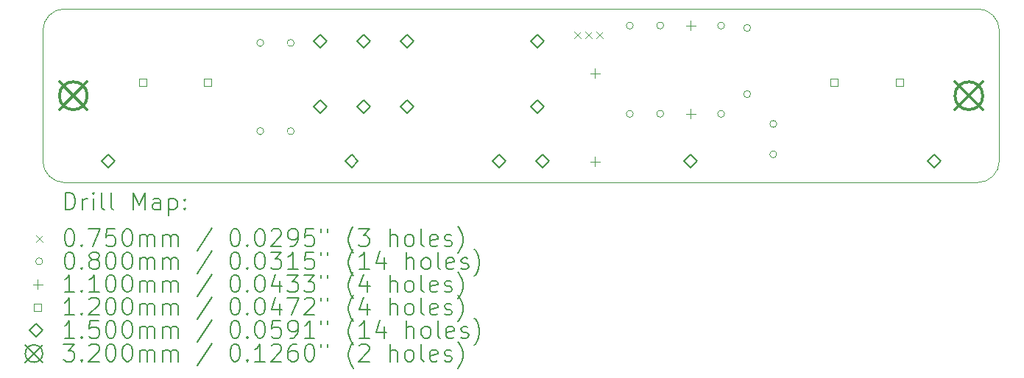
<source format=gbr>
%TF.GenerationSoftware,KiCad,Pcbnew,9.0.2-9.0.2-0~ubuntu22.04.1*%
%TF.CreationDate,2025-06-09T10:54:52+02:00*%
%TF.ProjectId,safety_board_Rev-A,73616665-7479-45f6-926f-6172645f5265,rev?*%
%TF.SameCoordinates,Original*%
%TF.FileFunction,Drillmap*%
%TF.FilePolarity,Positive*%
%FSLAX45Y45*%
G04 Gerber Fmt 4.5, Leading zero omitted, Abs format (unit mm)*
G04 Created by KiCad (PCBNEW 9.0.2-9.0.2-0~ubuntu22.04.1) date 2025-06-09 10:54:52*
%MOMM*%
%LPD*%
G01*
G04 APERTURE LIST*
%ADD10C,0.050000*%
%ADD11C,0.200000*%
%ADD12C,0.100000*%
%ADD13C,0.110000*%
%ADD14C,0.120000*%
%ADD15C,0.150000*%
%ADD16C,0.320000*%
G04 APERTURE END LIST*
D10*
X20500000Y-11000000D02*
G75*
G02*
X20250000Y-11250000I-250000J0D01*
G01*
X20250000Y-9250000D02*
G75*
G02*
X20500000Y-9500000I0J-250000D01*
G01*
X9750000Y-11250000D02*
G75*
G02*
X9500000Y-11000000I0J250000D01*
G01*
X9500000Y-9500000D02*
G75*
G02*
X9750000Y-9250000I250000J0D01*
G01*
X9500000Y-9500000D02*
X9500000Y-11000000D01*
X15000000Y-9250000D02*
X9750000Y-9250000D01*
X15000000Y-11250000D02*
X9750000Y-11250000D01*
X20250000Y-11250000D02*
X15000000Y-11250000D01*
X20500000Y-9500000D02*
X20500000Y-11000000D01*
X15000000Y-9250000D02*
X20250000Y-9250000D01*
D11*
D12*
X15608500Y-9512500D02*
X15683500Y-9587500D01*
X15683500Y-9512500D02*
X15608500Y-9587500D01*
X15735500Y-9512500D02*
X15810500Y-9587500D01*
X15810500Y-9512500D02*
X15735500Y-9587500D01*
X15862500Y-9512500D02*
X15937500Y-9587500D01*
X15937500Y-9512500D02*
X15862500Y-9587500D01*
X12040000Y-9642000D02*
G75*
G02*
X11960000Y-9642000I-40000J0D01*
G01*
X11960000Y-9642000D02*
G75*
G02*
X12040000Y-9642000I40000J0D01*
G01*
X12040000Y-10658000D02*
G75*
G02*
X11960000Y-10658000I-40000J0D01*
G01*
X11960000Y-10658000D02*
G75*
G02*
X12040000Y-10658000I40000J0D01*
G01*
X12390000Y-9642000D02*
G75*
G02*
X12310000Y-9642000I-40000J0D01*
G01*
X12310000Y-9642000D02*
G75*
G02*
X12390000Y-9642000I40000J0D01*
G01*
X12390000Y-10658000D02*
G75*
G02*
X12310000Y-10658000I-40000J0D01*
G01*
X12310000Y-10658000D02*
G75*
G02*
X12390000Y-10658000I40000J0D01*
G01*
X16290000Y-9442000D02*
G75*
G02*
X16210000Y-9442000I-40000J0D01*
G01*
X16210000Y-9442000D02*
G75*
G02*
X16290000Y-9442000I40000J0D01*
G01*
X16290000Y-10458000D02*
G75*
G02*
X16210000Y-10458000I-40000J0D01*
G01*
X16210000Y-10458000D02*
G75*
G02*
X16290000Y-10458000I40000J0D01*
G01*
X16640000Y-9442000D02*
G75*
G02*
X16560000Y-9442000I-40000J0D01*
G01*
X16560000Y-9442000D02*
G75*
G02*
X16640000Y-9442000I40000J0D01*
G01*
X16640000Y-10458000D02*
G75*
G02*
X16560000Y-10458000I-40000J0D01*
G01*
X16560000Y-10458000D02*
G75*
G02*
X16640000Y-10458000I40000J0D01*
G01*
X17340000Y-9442000D02*
G75*
G02*
X17260000Y-9442000I-40000J0D01*
G01*
X17260000Y-9442000D02*
G75*
G02*
X17340000Y-9442000I40000J0D01*
G01*
X17340000Y-10458000D02*
G75*
G02*
X17260000Y-10458000I-40000J0D01*
G01*
X17260000Y-10458000D02*
G75*
G02*
X17340000Y-10458000I40000J0D01*
G01*
X17640000Y-9469000D02*
G75*
G02*
X17560000Y-9469000I-40000J0D01*
G01*
X17560000Y-9469000D02*
G75*
G02*
X17640000Y-9469000I40000J0D01*
G01*
X17640000Y-10231000D02*
G75*
G02*
X17560000Y-10231000I-40000J0D01*
G01*
X17560000Y-10231000D02*
G75*
G02*
X17640000Y-10231000I40000J0D01*
G01*
X17940000Y-10575000D02*
G75*
G02*
X17860000Y-10575000I-40000J0D01*
G01*
X17860000Y-10575000D02*
G75*
G02*
X17940000Y-10575000I40000J0D01*
G01*
X17940000Y-10925000D02*
G75*
G02*
X17860000Y-10925000I-40000J0D01*
G01*
X17860000Y-10925000D02*
G75*
G02*
X17940000Y-10925000I40000J0D01*
G01*
D13*
X15850000Y-9937000D02*
X15850000Y-10047000D01*
X15795000Y-9992000D02*
X15905000Y-9992000D01*
X15850000Y-10953000D02*
X15850000Y-11063000D01*
X15795000Y-11008000D02*
X15905000Y-11008000D01*
X16950000Y-9387000D02*
X16950000Y-9497000D01*
X16895000Y-9442000D02*
X17005000Y-9442000D01*
X16950000Y-10403000D02*
X16950000Y-10513000D01*
X16895000Y-10458000D02*
X17005000Y-10458000D01*
D14*
X10691151Y-10142427D02*
X10691151Y-10057573D01*
X10606298Y-10057573D01*
X10606298Y-10142427D01*
X10691151Y-10142427D01*
X11441151Y-10142427D02*
X11441151Y-10057573D01*
X11356298Y-10057573D01*
X11356298Y-10142427D01*
X11441151Y-10142427D01*
X18643702Y-10142427D02*
X18643702Y-10057573D01*
X18558849Y-10057573D01*
X18558849Y-10142427D01*
X18643702Y-10142427D01*
X19393702Y-10142427D02*
X19393702Y-10057573D01*
X19308849Y-10057573D01*
X19308849Y-10142427D01*
X19393702Y-10142427D01*
D15*
X10250000Y-11075000D02*
X10325000Y-11000000D01*
X10250000Y-10925000D01*
X10175000Y-11000000D01*
X10250000Y-11075000D01*
X12687779Y-9700000D02*
X12762779Y-9625000D01*
X12687779Y-9550000D01*
X12612779Y-9625000D01*
X12687779Y-9700000D01*
X12687779Y-10450000D02*
X12762779Y-10375000D01*
X12687779Y-10300000D01*
X12612779Y-10375000D01*
X12687779Y-10450000D01*
X13050000Y-11075000D02*
X13125000Y-11000000D01*
X13050000Y-10925000D01*
X12975000Y-11000000D01*
X13050000Y-11075000D01*
X13187779Y-9700000D02*
X13262779Y-9625000D01*
X13187779Y-9550000D01*
X13112779Y-9625000D01*
X13187779Y-9700000D01*
X13187779Y-10450000D02*
X13262779Y-10375000D01*
X13187779Y-10300000D01*
X13112779Y-10375000D01*
X13187779Y-10450000D01*
X13687779Y-9700000D02*
X13762779Y-9625000D01*
X13687779Y-9550000D01*
X13612779Y-9625000D01*
X13687779Y-9700000D01*
X13687779Y-10450000D02*
X13762779Y-10375000D01*
X13687779Y-10300000D01*
X13612779Y-10375000D01*
X13687779Y-10450000D01*
X14750000Y-11075000D02*
X14825000Y-11000000D01*
X14750000Y-10925000D01*
X14675000Y-11000000D01*
X14750000Y-11075000D01*
X15187779Y-9700000D02*
X15262779Y-9625000D01*
X15187779Y-9550000D01*
X15112779Y-9625000D01*
X15187779Y-9700000D01*
X15187779Y-10450000D02*
X15262779Y-10375000D01*
X15187779Y-10300000D01*
X15112779Y-10375000D01*
X15187779Y-10450000D01*
X15250000Y-11075000D02*
X15325000Y-11000000D01*
X15250000Y-10925000D01*
X15175000Y-11000000D01*
X15250000Y-11075000D01*
X16950000Y-11075000D02*
X17025000Y-11000000D01*
X16950000Y-10925000D01*
X16875000Y-11000000D01*
X16950000Y-11075000D01*
X19750000Y-11075000D02*
X19825000Y-11000000D01*
X19750000Y-10925000D01*
X19675000Y-11000000D01*
X19750000Y-11075000D01*
D16*
X9690000Y-10090000D02*
X10010000Y-10410000D01*
X10010000Y-10090000D02*
X9690000Y-10410000D01*
X10010000Y-10250000D02*
G75*
G02*
X9690000Y-10250000I-160000J0D01*
G01*
X9690000Y-10250000D02*
G75*
G02*
X10010000Y-10250000I160000J0D01*
G01*
X19990000Y-10090000D02*
X20310000Y-10410000D01*
X20310000Y-10090000D02*
X19990000Y-10410000D01*
X20310000Y-10250000D02*
G75*
G02*
X19990000Y-10250000I-160000J0D01*
G01*
X19990000Y-10250000D02*
G75*
G02*
X20310000Y-10250000I160000J0D01*
G01*
D11*
X9758277Y-11563984D02*
X9758277Y-11363984D01*
X9758277Y-11363984D02*
X9805896Y-11363984D01*
X9805896Y-11363984D02*
X9834467Y-11373508D01*
X9834467Y-11373508D02*
X9853515Y-11392555D01*
X9853515Y-11392555D02*
X9863039Y-11411603D01*
X9863039Y-11411603D02*
X9872563Y-11449698D01*
X9872563Y-11449698D02*
X9872563Y-11478269D01*
X9872563Y-11478269D02*
X9863039Y-11516365D01*
X9863039Y-11516365D02*
X9853515Y-11535412D01*
X9853515Y-11535412D02*
X9834467Y-11554460D01*
X9834467Y-11554460D02*
X9805896Y-11563984D01*
X9805896Y-11563984D02*
X9758277Y-11563984D01*
X9958277Y-11563984D02*
X9958277Y-11430650D01*
X9958277Y-11468746D02*
X9967801Y-11449698D01*
X9967801Y-11449698D02*
X9977324Y-11440174D01*
X9977324Y-11440174D02*
X9996372Y-11430650D01*
X9996372Y-11430650D02*
X10015420Y-11430650D01*
X10082086Y-11563984D02*
X10082086Y-11430650D01*
X10082086Y-11363984D02*
X10072563Y-11373508D01*
X10072563Y-11373508D02*
X10082086Y-11383031D01*
X10082086Y-11383031D02*
X10091610Y-11373508D01*
X10091610Y-11373508D02*
X10082086Y-11363984D01*
X10082086Y-11363984D02*
X10082086Y-11383031D01*
X10205896Y-11563984D02*
X10186848Y-11554460D01*
X10186848Y-11554460D02*
X10177324Y-11535412D01*
X10177324Y-11535412D02*
X10177324Y-11363984D01*
X10310658Y-11563984D02*
X10291610Y-11554460D01*
X10291610Y-11554460D02*
X10282086Y-11535412D01*
X10282086Y-11535412D02*
X10282086Y-11363984D01*
X10539229Y-11563984D02*
X10539229Y-11363984D01*
X10539229Y-11363984D02*
X10605896Y-11506841D01*
X10605896Y-11506841D02*
X10672563Y-11363984D01*
X10672563Y-11363984D02*
X10672563Y-11563984D01*
X10853515Y-11563984D02*
X10853515Y-11459222D01*
X10853515Y-11459222D02*
X10843991Y-11440174D01*
X10843991Y-11440174D02*
X10824944Y-11430650D01*
X10824944Y-11430650D02*
X10786848Y-11430650D01*
X10786848Y-11430650D02*
X10767801Y-11440174D01*
X10853515Y-11554460D02*
X10834467Y-11563984D01*
X10834467Y-11563984D02*
X10786848Y-11563984D01*
X10786848Y-11563984D02*
X10767801Y-11554460D01*
X10767801Y-11554460D02*
X10758277Y-11535412D01*
X10758277Y-11535412D02*
X10758277Y-11516365D01*
X10758277Y-11516365D02*
X10767801Y-11497317D01*
X10767801Y-11497317D02*
X10786848Y-11487793D01*
X10786848Y-11487793D02*
X10834467Y-11487793D01*
X10834467Y-11487793D02*
X10853515Y-11478269D01*
X10948753Y-11430650D02*
X10948753Y-11630650D01*
X10948753Y-11440174D02*
X10967801Y-11430650D01*
X10967801Y-11430650D02*
X11005896Y-11430650D01*
X11005896Y-11430650D02*
X11024944Y-11440174D01*
X11024944Y-11440174D02*
X11034467Y-11449698D01*
X11034467Y-11449698D02*
X11043991Y-11468746D01*
X11043991Y-11468746D02*
X11043991Y-11525888D01*
X11043991Y-11525888D02*
X11034467Y-11544936D01*
X11034467Y-11544936D02*
X11024944Y-11554460D01*
X11024944Y-11554460D02*
X11005896Y-11563984D01*
X11005896Y-11563984D02*
X10967801Y-11563984D01*
X10967801Y-11563984D02*
X10948753Y-11554460D01*
X11129705Y-11544936D02*
X11139229Y-11554460D01*
X11139229Y-11554460D02*
X11129705Y-11563984D01*
X11129705Y-11563984D02*
X11120182Y-11554460D01*
X11120182Y-11554460D02*
X11129705Y-11544936D01*
X11129705Y-11544936D02*
X11129705Y-11563984D01*
X11129705Y-11440174D02*
X11139229Y-11449698D01*
X11139229Y-11449698D02*
X11129705Y-11459222D01*
X11129705Y-11459222D02*
X11120182Y-11449698D01*
X11120182Y-11449698D02*
X11129705Y-11440174D01*
X11129705Y-11440174D02*
X11129705Y-11459222D01*
D12*
X9422500Y-11855000D02*
X9497500Y-11930000D01*
X9497500Y-11855000D02*
X9422500Y-11930000D01*
D11*
X9796372Y-11783984D02*
X9815420Y-11783984D01*
X9815420Y-11783984D02*
X9834467Y-11793508D01*
X9834467Y-11793508D02*
X9843991Y-11803031D01*
X9843991Y-11803031D02*
X9853515Y-11822079D01*
X9853515Y-11822079D02*
X9863039Y-11860174D01*
X9863039Y-11860174D02*
X9863039Y-11907793D01*
X9863039Y-11907793D02*
X9853515Y-11945888D01*
X9853515Y-11945888D02*
X9843991Y-11964936D01*
X9843991Y-11964936D02*
X9834467Y-11974460D01*
X9834467Y-11974460D02*
X9815420Y-11983984D01*
X9815420Y-11983984D02*
X9796372Y-11983984D01*
X9796372Y-11983984D02*
X9777324Y-11974460D01*
X9777324Y-11974460D02*
X9767801Y-11964936D01*
X9767801Y-11964936D02*
X9758277Y-11945888D01*
X9758277Y-11945888D02*
X9748753Y-11907793D01*
X9748753Y-11907793D02*
X9748753Y-11860174D01*
X9748753Y-11860174D02*
X9758277Y-11822079D01*
X9758277Y-11822079D02*
X9767801Y-11803031D01*
X9767801Y-11803031D02*
X9777324Y-11793508D01*
X9777324Y-11793508D02*
X9796372Y-11783984D01*
X9948753Y-11964936D02*
X9958277Y-11974460D01*
X9958277Y-11974460D02*
X9948753Y-11983984D01*
X9948753Y-11983984D02*
X9939229Y-11974460D01*
X9939229Y-11974460D02*
X9948753Y-11964936D01*
X9948753Y-11964936D02*
X9948753Y-11983984D01*
X10024944Y-11783984D02*
X10158277Y-11783984D01*
X10158277Y-11783984D02*
X10072563Y-11983984D01*
X10329705Y-11783984D02*
X10234467Y-11783984D01*
X10234467Y-11783984D02*
X10224944Y-11879222D01*
X10224944Y-11879222D02*
X10234467Y-11869698D01*
X10234467Y-11869698D02*
X10253515Y-11860174D01*
X10253515Y-11860174D02*
X10301134Y-11860174D01*
X10301134Y-11860174D02*
X10320182Y-11869698D01*
X10320182Y-11869698D02*
X10329705Y-11879222D01*
X10329705Y-11879222D02*
X10339229Y-11898269D01*
X10339229Y-11898269D02*
X10339229Y-11945888D01*
X10339229Y-11945888D02*
X10329705Y-11964936D01*
X10329705Y-11964936D02*
X10320182Y-11974460D01*
X10320182Y-11974460D02*
X10301134Y-11983984D01*
X10301134Y-11983984D02*
X10253515Y-11983984D01*
X10253515Y-11983984D02*
X10234467Y-11974460D01*
X10234467Y-11974460D02*
X10224944Y-11964936D01*
X10463039Y-11783984D02*
X10482086Y-11783984D01*
X10482086Y-11783984D02*
X10501134Y-11793508D01*
X10501134Y-11793508D02*
X10510658Y-11803031D01*
X10510658Y-11803031D02*
X10520182Y-11822079D01*
X10520182Y-11822079D02*
X10529705Y-11860174D01*
X10529705Y-11860174D02*
X10529705Y-11907793D01*
X10529705Y-11907793D02*
X10520182Y-11945888D01*
X10520182Y-11945888D02*
X10510658Y-11964936D01*
X10510658Y-11964936D02*
X10501134Y-11974460D01*
X10501134Y-11974460D02*
X10482086Y-11983984D01*
X10482086Y-11983984D02*
X10463039Y-11983984D01*
X10463039Y-11983984D02*
X10443991Y-11974460D01*
X10443991Y-11974460D02*
X10434467Y-11964936D01*
X10434467Y-11964936D02*
X10424944Y-11945888D01*
X10424944Y-11945888D02*
X10415420Y-11907793D01*
X10415420Y-11907793D02*
X10415420Y-11860174D01*
X10415420Y-11860174D02*
X10424944Y-11822079D01*
X10424944Y-11822079D02*
X10434467Y-11803031D01*
X10434467Y-11803031D02*
X10443991Y-11793508D01*
X10443991Y-11793508D02*
X10463039Y-11783984D01*
X10615420Y-11983984D02*
X10615420Y-11850650D01*
X10615420Y-11869698D02*
X10624944Y-11860174D01*
X10624944Y-11860174D02*
X10643991Y-11850650D01*
X10643991Y-11850650D02*
X10672563Y-11850650D01*
X10672563Y-11850650D02*
X10691610Y-11860174D01*
X10691610Y-11860174D02*
X10701134Y-11879222D01*
X10701134Y-11879222D02*
X10701134Y-11983984D01*
X10701134Y-11879222D02*
X10710658Y-11860174D01*
X10710658Y-11860174D02*
X10729705Y-11850650D01*
X10729705Y-11850650D02*
X10758277Y-11850650D01*
X10758277Y-11850650D02*
X10777325Y-11860174D01*
X10777325Y-11860174D02*
X10786848Y-11879222D01*
X10786848Y-11879222D02*
X10786848Y-11983984D01*
X10882086Y-11983984D02*
X10882086Y-11850650D01*
X10882086Y-11869698D02*
X10891610Y-11860174D01*
X10891610Y-11860174D02*
X10910658Y-11850650D01*
X10910658Y-11850650D02*
X10939229Y-11850650D01*
X10939229Y-11850650D02*
X10958277Y-11860174D01*
X10958277Y-11860174D02*
X10967801Y-11879222D01*
X10967801Y-11879222D02*
X10967801Y-11983984D01*
X10967801Y-11879222D02*
X10977325Y-11860174D01*
X10977325Y-11860174D02*
X10996372Y-11850650D01*
X10996372Y-11850650D02*
X11024944Y-11850650D01*
X11024944Y-11850650D02*
X11043991Y-11860174D01*
X11043991Y-11860174D02*
X11053515Y-11879222D01*
X11053515Y-11879222D02*
X11053515Y-11983984D01*
X11443991Y-11774460D02*
X11272563Y-12031603D01*
X11701134Y-11783984D02*
X11720182Y-11783984D01*
X11720182Y-11783984D02*
X11739229Y-11793508D01*
X11739229Y-11793508D02*
X11748753Y-11803031D01*
X11748753Y-11803031D02*
X11758277Y-11822079D01*
X11758277Y-11822079D02*
X11767801Y-11860174D01*
X11767801Y-11860174D02*
X11767801Y-11907793D01*
X11767801Y-11907793D02*
X11758277Y-11945888D01*
X11758277Y-11945888D02*
X11748753Y-11964936D01*
X11748753Y-11964936D02*
X11739229Y-11974460D01*
X11739229Y-11974460D02*
X11720182Y-11983984D01*
X11720182Y-11983984D02*
X11701134Y-11983984D01*
X11701134Y-11983984D02*
X11682086Y-11974460D01*
X11682086Y-11974460D02*
X11672563Y-11964936D01*
X11672563Y-11964936D02*
X11663039Y-11945888D01*
X11663039Y-11945888D02*
X11653515Y-11907793D01*
X11653515Y-11907793D02*
X11653515Y-11860174D01*
X11653515Y-11860174D02*
X11663039Y-11822079D01*
X11663039Y-11822079D02*
X11672563Y-11803031D01*
X11672563Y-11803031D02*
X11682086Y-11793508D01*
X11682086Y-11793508D02*
X11701134Y-11783984D01*
X11853515Y-11964936D02*
X11863039Y-11974460D01*
X11863039Y-11974460D02*
X11853515Y-11983984D01*
X11853515Y-11983984D02*
X11843991Y-11974460D01*
X11843991Y-11974460D02*
X11853515Y-11964936D01*
X11853515Y-11964936D02*
X11853515Y-11983984D01*
X11986848Y-11783984D02*
X12005896Y-11783984D01*
X12005896Y-11783984D02*
X12024944Y-11793508D01*
X12024944Y-11793508D02*
X12034467Y-11803031D01*
X12034467Y-11803031D02*
X12043991Y-11822079D01*
X12043991Y-11822079D02*
X12053515Y-11860174D01*
X12053515Y-11860174D02*
X12053515Y-11907793D01*
X12053515Y-11907793D02*
X12043991Y-11945888D01*
X12043991Y-11945888D02*
X12034467Y-11964936D01*
X12034467Y-11964936D02*
X12024944Y-11974460D01*
X12024944Y-11974460D02*
X12005896Y-11983984D01*
X12005896Y-11983984D02*
X11986848Y-11983984D01*
X11986848Y-11983984D02*
X11967801Y-11974460D01*
X11967801Y-11974460D02*
X11958277Y-11964936D01*
X11958277Y-11964936D02*
X11948753Y-11945888D01*
X11948753Y-11945888D02*
X11939229Y-11907793D01*
X11939229Y-11907793D02*
X11939229Y-11860174D01*
X11939229Y-11860174D02*
X11948753Y-11822079D01*
X11948753Y-11822079D02*
X11958277Y-11803031D01*
X11958277Y-11803031D02*
X11967801Y-11793508D01*
X11967801Y-11793508D02*
X11986848Y-11783984D01*
X12129706Y-11803031D02*
X12139229Y-11793508D01*
X12139229Y-11793508D02*
X12158277Y-11783984D01*
X12158277Y-11783984D02*
X12205896Y-11783984D01*
X12205896Y-11783984D02*
X12224944Y-11793508D01*
X12224944Y-11793508D02*
X12234467Y-11803031D01*
X12234467Y-11803031D02*
X12243991Y-11822079D01*
X12243991Y-11822079D02*
X12243991Y-11841127D01*
X12243991Y-11841127D02*
X12234467Y-11869698D01*
X12234467Y-11869698D02*
X12120182Y-11983984D01*
X12120182Y-11983984D02*
X12243991Y-11983984D01*
X12339229Y-11983984D02*
X12377325Y-11983984D01*
X12377325Y-11983984D02*
X12396372Y-11974460D01*
X12396372Y-11974460D02*
X12405896Y-11964936D01*
X12405896Y-11964936D02*
X12424944Y-11936365D01*
X12424944Y-11936365D02*
X12434467Y-11898269D01*
X12434467Y-11898269D02*
X12434467Y-11822079D01*
X12434467Y-11822079D02*
X12424944Y-11803031D01*
X12424944Y-11803031D02*
X12415420Y-11793508D01*
X12415420Y-11793508D02*
X12396372Y-11783984D01*
X12396372Y-11783984D02*
X12358277Y-11783984D01*
X12358277Y-11783984D02*
X12339229Y-11793508D01*
X12339229Y-11793508D02*
X12329706Y-11803031D01*
X12329706Y-11803031D02*
X12320182Y-11822079D01*
X12320182Y-11822079D02*
X12320182Y-11869698D01*
X12320182Y-11869698D02*
X12329706Y-11888746D01*
X12329706Y-11888746D02*
X12339229Y-11898269D01*
X12339229Y-11898269D02*
X12358277Y-11907793D01*
X12358277Y-11907793D02*
X12396372Y-11907793D01*
X12396372Y-11907793D02*
X12415420Y-11898269D01*
X12415420Y-11898269D02*
X12424944Y-11888746D01*
X12424944Y-11888746D02*
X12434467Y-11869698D01*
X12615420Y-11783984D02*
X12520182Y-11783984D01*
X12520182Y-11783984D02*
X12510658Y-11879222D01*
X12510658Y-11879222D02*
X12520182Y-11869698D01*
X12520182Y-11869698D02*
X12539229Y-11860174D01*
X12539229Y-11860174D02*
X12586848Y-11860174D01*
X12586848Y-11860174D02*
X12605896Y-11869698D01*
X12605896Y-11869698D02*
X12615420Y-11879222D01*
X12615420Y-11879222D02*
X12624944Y-11898269D01*
X12624944Y-11898269D02*
X12624944Y-11945888D01*
X12624944Y-11945888D02*
X12615420Y-11964936D01*
X12615420Y-11964936D02*
X12605896Y-11974460D01*
X12605896Y-11974460D02*
X12586848Y-11983984D01*
X12586848Y-11983984D02*
X12539229Y-11983984D01*
X12539229Y-11983984D02*
X12520182Y-11974460D01*
X12520182Y-11974460D02*
X12510658Y-11964936D01*
X12701134Y-11783984D02*
X12701134Y-11822079D01*
X12777325Y-11783984D02*
X12777325Y-11822079D01*
X13072563Y-12060174D02*
X13063039Y-12050650D01*
X13063039Y-12050650D02*
X13043991Y-12022079D01*
X13043991Y-12022079D02*
X13034468Y-12003031D01*
X13034468Y-12003031D02*
X13024944Y-11974460D01*
X13024944Y-11974460D02*
X13015420Y-11926841D01*
X13015420Y-11926841D02*
X13015420Y-11888746D01*
X13015420Y-11888746D02*
X13024944Y-11841127D01*
X13024944Y-11841127D02*
X13034468Y-11812555D01*
X13034468Y-11812555D02*
X13043991Y-11793508D01*
X13043991Y-11793508D02*
X13063039Y-11764936D01*
X13063039Y-11764936D02*
X13072563Y-11755412D01*
X13129706Y-11783984D02*
X13253515Y-11783984D01*
X13253515Y-11783984D02*
X13186848Y-11860174D01*
X13186848Y-11860174D02*
X13215420Y-11860174D01*
X13215420Y-11860174D02*
X13234468Y-11869698D01*
X13234468Y-11869698D02*
X13243991Y-11879222D01*
X13243991Y-11879222D02*
X13253515Y-11898269D01*
X13253515Y-11898269D02*
X13253515Y-11945888D01*
X13253515Y-11945888D02*
X13243991Y-11964936D01*
X13243991Y-11964936D02*
X13234468Y-11974460D01*
X13234468Y-11974460D02*
X13215420Y-11983984D01*
X13215420Y-11983984D02*
X13158277Y-11983984D01*
X13158277Y-11983984D02*
X13139229Y-11974460D01*
X13139229Y-11974460D02*
X13129706Y-11964936D01*
X13491610Y-11983984D02*
X13491610Y-11783984D01*
X13577325Y-11983984D02*
X13577325Y-11879222D01*
X13577325Y-11879222D02*
X13567801Y-11860174D01*
X13567801Y-11860174D02*
X13548753Y-11850650D01*
X13548753Y-11850650D02*
X13520182Y-11850650D01*
X13520182Y-11850650D02*
X13501134Y-11860174D01*
X13501134Y-11860174D02*
X13491610Y-11869698D01*
X13701134Y-11983984D02*
X13682087Y-11974460D01*
X13682087Y-11974460D02*
X13672563Y-11964936D01*
X13672563Y-11964936D02*
X13663039Y-11945888D01*
X13663039Y-11945888D02*
X13663039Y-11888746D01*
X13663039Y-11888746D02*
X13672563Y-11869698D01*
X13672563Y-11869698D02*
X13682087Y-11860174D01*
X13682087Y-11860174D02*
X13701134Y-11850650D01*
X13701134Y-11850650D02*
X13729706Y-11850650D01*
X13729706Y-11850650D02*
X13748753Y-11860174D01*
X13748753Y-11860174D02*
X13758277Y-11869698D01*
X13758277Y-11869698D02*
X13767801Y-11888746D01*
X13767801Y-11888746D02*
X13767801Y-11945888D01*
X13767801Y-11945888D02*
X13758277Y-11964936D01*
X13758277Y-11964936D02*
X13748753Y-11974460D01*
X13748753Y-11974460D02*
X13729706Y-11983984D01*
X13729706Y-11983984D02*
X13701134Y-11983984D01*
X13882087Y-11983984D02*
X13863039Y-11974460D01*
X13863039Y-11974460D02*
X13853515Y-11955412D01*
X13853515Y-11955412D02*
X13853515Y-11783984D01*
X14034468Y-11974460D02*
X14015420Y-11983984D01*
X14015420Y-11983984D02*
X13977325Y-11983984D01*
X13977325Y-11983984D02*
X13958277Y-11974460D01*
X13958277Y-11974460D02*
X13948753Y-11955412D01*
X13948753Y-11955412D02*
X13948753Y-11879222D01*
X13948753Y-11879222D02*
X13958277Y-11860174D01*
X13958277Y-11860174D02*
X13977325Y-11850650D01*
X13977325Y-11850650D02*
X14015420Y-11850650D01*
X14015420Y-11850650D02*
X14034468Y-11860174D01*
X14034468Y-11860174D02*
X14043991Y-11879222D01*
X14043991Y-11879222D02*
X14043991Y-11898269D01*
X14043991Y-11898269D02*
X13948753Y-11917317D01*
X14120182Y-11974460D02*
X14139230Y-11983984D01*
X14139230Y-11983984D02*
X14177325Y-11983984D01*
X14177325Y-11983984D02*
X14196372Y-11974460D01*
X14196372Y-11974460D02*
X14205896Y-11955412D01*
X14205896Y-11955412D02*
X14205896Y-11945888D01*
X14205896Y-11945888D02*
X14196372Y-11926841D01*
X14196372Y-11926841D02*
X14177325Y-11917317D01*
X14177325Y-11917317D02*
X14148753Y-11917317D01*
X14148753Y-11917317D02*
X14129706Y-11907793D01*
X14129706Y-11907793D02*
X14120182Y-11888746D01*
X14120182Y-11888746D02*
X14120182Y-11879222D01*
X14120182Y-11879222D02*
X14129706Y-11860174D01*
X14129706Y-11860174D02*
X14148753Y-11850650D01*
X14148753Y-11850650D02*
X14177325Y-11850650D01*
X14177325Y-11850650D02*
X14196372Y-11860174D01*
X14272563Y-12060174D02*
X14282087Y-12050650D01*
X14282087Y-12050650D02*
X14301134Y-12022079D01*
X14301134Y-12022079D02*
X14310658Y-12003031D01*
X14310658Y-12003031D02*
X14320182Y-11974460D01*
X14320182Y-11974460D02*
X14329706Y-11926841D01*
X14329706Y-11926841D02*
X14329706Y-11888746D01*
X14329706Y-11888746D02*
X14320182Y-11841127D01*
X14320182Y-11841127D02*
X14310658Y-11812555D01*
X14310658Y-11812555D02*
X14301134Y-11793508D01*
X14301134Y-11793508D02*
X14282087Y-11764936D01*
X14282087Y-11764936D02*
X14272563Y-11755412D01*
D12*
X9497500Y-12156500D02*
G75*
G02*
X9417500Y-12156500I-40000J0D01*
G01*
X9417500Y-12156500D02*
G75*
G02*
X9497500Y-12156500I40000J0D01*
G01*
D11*
X9796372Y-12047984D02*
X9815420Y-12047984D01*
X9815420Y-12047984D02*
X9834467Y-12057508D01*
X9834467Y-12057508D02*
X9843991Y-12067031D01*
X9843991Y-12067031D02*
X9853515Y-12086079D01*
X9853515Y-12086079D02*
X9863039Y-12124174D01*
X9863039Y-12124174D02*
X9863039Y-12171793D01*
X9863039Y-12171793D02*
X9853515Y-12209888D01*
X9853515Y-12209888D02*
X9843991Y-12228936D01*
X9843991Y-12228936D02*
X9834467Y-12238460D01*
X9834467Y-12238460D02*
X9815420Y-12247984D01*
X9815420Y-12247984D02*
X9796372Y-12247984D01*
X9796372Y-12247984D02*
X9777324Y-12238460D01*
X9777324Y-12238460D02*
X9767801Y-12228936D01*
X9767801Y-12228936D02*
X9758277Y-12209888D01*
X9758277Y-12209888D02*
X9748753Y-12171793D01*
X9748753Y-12171793D02*
X9748753Y-12124174D01*
X9748753Y-12124174D02*
X9758277Y-12086079D01*
X9758277Y-12086079D02*
X9767801Y-12067031D01*
X9767801Y-12067031D02*
X9777324Y-12057508D01*
X9777324Y-12057508D02*
X9796372Y-12047984D01*
X9948753Y-12228936D02*
X9958277Y-12238460D01*
X9958277Y-12238460D02*
X9948753Y-12247984D01*
X9948753Y-12247984D02*
X9939229Y-12238460D01*
X9939229Y-12238460D02*
X9948753Y-12228936D01*
X9948753Y-12228936D02*
X9948753Y-12247984D01*
X10072563Y-12133698D02*
X10053515Y-12124174D01*
X10053515Y-12124174D02*
X10043991Y-12114650D01*
X10043991Y-12114650D02*
X10034467Y-12095603D01*
X10034467Y-12095603D02*
X10034467Y-12086079D01*
X10034467Y-12086079D02*
X10043991Y-12067031D01*
X10043991Y-12067031D02*
X10053515Y-12057508D01*
X10053515Y-12057508D02*
X10072563Y-12047984D01*
X10072563Y-12047984D02*
X10110658Y-12047984D01*
X10110658Y-12047984D02*
X10129705Y-12057508D01*
X10129705Y-12057508D02*
X10139229Y-12067031D01*
X10139229Y-12067031D02*
X10148753Y-12086079D01*
X10148753Y-12086079D02*
X10148753Y-12095603D01*
X10148753Y-12095603D02*
X10139229Y-12114650D01*
X10139229Y-12114650D02*
X10129705Y-12124174D01*
X10129705Y-12124174D02*
X10110658Y-12133698D01*
X10110658Y-12133698D02*
X10072563Y-12133698D01*
X10072563Y-12133698D02*
X10053515Y-12143222D01*
X10053515Y-12143222D02*
X10043991Y-12152746D01*
X10043991Y-12152746D02*
X10034467Y-12171793D01*
X10034467Y-12171793D02*
X10034467Y-12209888D01*
X10034467Y-12209888D02*
X10043991Y-12228936D01*
X10043991Y-12228936D02*
X10053515Y-12238460D01*
X10053515Y-12238460D02*
X10072563Y-12247984D01*
X10072563Y-12247984D02*
X10110658Y-12247984D01*
X10110658Y-12247984D02*
X10129705Y-12238460D01*
X10129705Y-12238460D02*
X10139229Y-12228936D01*
X10139229Y-12228936D02*
X10148753Y-12209888D01*
X10148753Y-12209888D02*
X10148753Y-12171793D01*
X10148753Y-12171793D02*
X10139229Y-12152746D01*
X10139229Y-12152746D02*
X10129705Y-12143222D01*
X10129705Y-12143222D02*
X10110658Y-12133698D01*
X10272563Y-12047984D02*
X10291610Y-12047984D01*
X10291610Y-12047984D02*
X10310658Y-12057508D01*
X10310658Y-12057508D02*
X10320182Y-12067031D01*
X10320182Y-12067031D02*
X10329705Y-12086079D01*
X10329705Y-12086079D02*
X10339229Y-12124174D01*
X10339229Y-12124174D02*
X10339229Y-12171793D01*
X10339229Y-12171793D02*
X10329705Y-12209888D01*
X10329705Y-12209888D02*
X10320182Y-12228936D01*
X10320182Y-12228936D02*
X10310658Y-12238460D01*
X10310658Y-12238460D02*
X10291610Y-12247984D01*
X10291610Y-12247984D02*
X10272563Y-12247984D01*
X10272563Y-12247984D02*
X10253515Y-12238460D01*
X10253515Y-12238460D02*
X10243991Y-12228936D01*
X10243991Y-12228936D02*
X10234467Y-12209888D01*
X10234467Y-12209888D02*
X10224944Y-12171793D01*
X10224944Y-12171793D02*
X10224944Y-12124174D01*
X10224944Y-12124174D02*
X10234467Y-12086079D01*
X10234467Y-12086079D02*
X10243991Y-12067031D01*
X10243991Y-12067031D02*
X10253515Y-12057508D01*
X10253515Y-12057508D02*
X10272563Y-12047984D01*
X10463039Y-12047984D02*
X10482086Y-12047984D01*
X10482086Y-12047984D02*
X10501134Y-12057508D01*
X10501134Y-12057508D02*
X10510658Y-12067031D01*
X10510658Y-12067031D02*
X10520182Y-12086079D01*
X10520182Y-12086079D02*
X10529705Y-12124174D01*
X10529705Y-12124174D02*
X10529705Y-12171793D01*
X10529705Y-12171793D02*
X10520182Y-12209888D01*
X10520182Y-12209888D02*
X10510658Y-12228936D01*
X10510658Y-12228936D02*
X10501134Y-12238460D01*
X10501134Y-12238460D02*
X10482086Y-12247984D01*
X10482086Y-12247984D02*
X10463039Y-12247984D01*
X10463039Y-12247984D02*
X10443991Y-12238460D01*
X10443991Y-12238460D02*
X10434467Y-12228936D01*
X10434467Y-12228936D02*
X10424944Y-12209888D01*
X10424944Y-12209888D02*
X10415420Y-12171793D01*
X10415420Y-12171793D02*
X10415420Y-12124174D01*
X10415420Y-12124174D02*
X10424944Y-12086079D01*
X10424944Y-12086079D02*
X10434467Y-12067031D01*
X10434467Y-12067031D02*
X10443991Y-12057508D01*
X10443991Y-12057508D02*
X10463039Y-12047984D01*
X10615420Y-12247984D02*
X10615420Y-12114650D01*
X10615420Y-12133698D02*
X10624944Y-12124174D01*
X10624944Y-12124174D02*
X10643991Y-12114650D01*
X10643991Y-12114650D02*
X10672563Y-12114650D01*
X10672563Y-12114650D02*
X10691610Y-12124174D01*
X10691610Y-12124174D02*
X10701134Y-12143222D01*
X10701134Y-12143222D02*
X10701134Y-12247984D01*
X10701134Y-12143222D02*
X10710658Y-12124174D01*
X10710658Y-12124174D02*
X10729705Y-12114650D01*
X10729705Y-12114650D02*
X10758277Y-12114650D01*
X10758277Y-12114650D02*
X10777325Y-12124174D01*
X10777325Y-12124174D02*
X10786848Y-12143222D01*
X10786848Y-12143222D02*
X10786848Y-12247984D01*
X10882086Y-12247984D02*
X10882086Y-12114650D01*
X10882086Y-12133698D02*
X10891610Y-12124174D01*
X10891610Y-12124174D02*
X10910658Y-12114650D01*
X10910658Y-12114650D02*
X10939229Y-12114650D01*
X10939229Y-12114650D02*
X10958277Y-12124174D01*
X10958277Y-12124174D02*
X10967801Y-12143222D01*
X10967801Y-12143222D02*
X10967801Y-12247984D01*
X10967801Y-12143222D02*
X10977325Y-12124174D01*
X10977325Y-12124174D02*
X10996372Y-12114650D01*
X10996372Y-12114650D02*
X11024944Y-12114650D01*
X11024944Y-12114650D02*
X11043991Y-12124174D01*
X11043991Y-12124174D02*
X11053515Y-12143222D01*
X11053515Y-12143222D02*
X11053515Y-12247984D01*
X11443991Y-12038460D02*
X11272563Y-12295603D01*
X11701134Y-12047984D02*
X11720182Y-12047984D01*
X11720182Y-12047984D02*
X11739229Y-12057508D01*
X11739229Y-12057508D02*
X11748753Y-12067031D01*
X11748753Y-12067031D02*
X11758277Y-12086079D01*
X11758277Y-12086079D02*
X11767801Y-12124174D01*
X11767801Y-12124174D02*
X11767801Y-12171793D01*
X11767801Y-12171793D02*
X11758277Y-12209888D01*
X11758277Y-12209888D02*
X11748753Y-12228936D01*
X11748753Y-12228936D02*
X11739229Y-12238460D01*
X11739229Y-12238460D02*
X11720182Y-12247984D01*
X11720182Y-12247984D02*
X11701134Y-12247984D01*
X11701134Y-12247984D02*
X11682086Y-12238460D01*
X11682086Y-12238460D02*
X11672563Y-12228936D01*
X11672563Y-12228936D02*
X11663039Y-12209888D01*
X11663039Y-12209888D02*
X11653515Y-12171793D01*
X11653515Y-12171793D02*
X11653515Y-12124174D01*
X11653515Y-12124174D02*
X11663039Y-12086079D01*
X11663039Y-12086079D02*
X11672563Y-12067031D01*
X11672563Y-12067031D02*
X11682086Y-12057508D01*
X11682086Y-12057508D02*
X11701134Y-12047984D01*
X11853515Y-12228936D02*
X11863039Y-12238460D01*
X11863039Y-12238460D02*
X11853515Y-12247984D01*
X11853515Y-12247984D02*
X11843991Y-12238460D01*
X11843991Y-12238460D02*
X11853515Y-12228936D01*
X11853515Y-12228936D02*
X11853515Y-12247984D01*
X11986848Y-12047984D02*
X12005896Y-12047984D01*
X12005896Y-12047984D02*
X12024944Y-12057508D01*
X12024944Y-12057508D02*
X12034467Y-12067031D01*
X12034467Y-12067031D02*
X12043991Y-12086079D01*
X12043991Y-12086079D02*
X12053515Y-12124174D01*
X12053515Y-12124174D02*
X12053515Y-12171793D01*
X12053515Y-12171793D02*
X12043991Y-12209888D01*
X12043991Y-12209888D02*
X12034467Y-12228936D01*
X12034467Y-12228936D02*
X12024944Y-12238460D01*
X12024944Y-12238460D02*
X12005896Y-12247984D01*
X12005896Y-12247984D02*
X11986848Y-12247984D01*
X11986848Y-12247984D02*
X11967801Y-12238460D01*
X11967801Y-12238460D02*
X11958277Y-12228936D01*
X11958277Y-12228936D02*
X11948753Y-12209888D01*
X11948753Y-12209888D02*
X11939229Y-12171793D01*
X11939229Y-12171793D02*
X11939229Y-12124174D01*
X11939229Y-12124174D02*
X11948753Y-12086079D01*
X11948753Y-12086079D02*
X11958277Y-12067031D01*
X11958277Y-12067031D02*
X11967801Y-12057508D01*
X11967801Y-12057508D02*
X11986848Y-12047984D01*
X12120182Y-12047984D02*
X12243991Y-12047984D01*
X12243991Y-12047984D02*
X12177325Y-12124174D01*
X12177325Y-12124174D02*
X12205896Y-12124174D01*
X12205896Y-12124174D02*
X12224944Y-12133698D01*
X12224944Y-12133698D02*
X12234467Y-12143222D01*
X12234467Y-12143222D02*
X12243991Y-12162269D01*
X12243991Y-12162269D02*
X12243991Y-12209888D01*
X12243991Y-12209888D02*
X12234467Y-12228936D01*
X12234467Y-12228936D02*
X12224944Y-12238460D01*
X12224944Y-12238460D02*
X12205896Y-12247984D01*
X12205896Y-12247984D02*
X12148753Y-12247984D01*
X12148753Y-12247984D02*
X12129706Y-12238460D01*
X12129706Y-12238460D02*
X12120182Y-12228936D01*
X12434467Y-12247984D02*
X12320182Y-12247984D01*
X12377325Y-12247984D02*
X12377325Y-12047984D01*
X12377325Y-12047984D02*
X12358277Y-12076555D01*
X12358277Y-12076555D02*
X12339229Y-12095603D01*
X12339229Y-12095603D02*
X12320182Y-12105127D01*
X12615420Y-12047984D02*
X12520182Y-12047984D01*
X12520182Y-12047984D02*
X12510658Y-12143222D01*
X12510658Y-12143222D02*
X12520182Y-12133698D01*
X12520182Y-12133698D02*
X12539229Y-12124174D01*
X12539229Y-12124174D02*
X12586848Y-12124174D01*
X12586848Y-12124174D02*
X12605896Y-12133698D01*
X12605896Y-12133698D02*
X12615420Y-12143222D01*
X12615420Y-12143222D02*
X12624944Y-12162269D01*
X12624944Y-12162269D02*
X12624944Y-12209888D01*
X12624944Y-12209888D02*
X12615420Y-12228936D01*
X12615420Y-12228936D02*
X12605896Y-12238460D01*
X12605896Y-12238460D02*
X12586848Y-12247984D01*
X12586848Y-12247984D02*
X12539229Y-12247984D01*
X12539229Y-12247984D02*
X12520182Y-12238460D01*
X12520182Y-12238460D02*
X12510658Y-12228936D01*
X12701134Y-12047984D02*
X12701134Y-12086079D01*
X12777325Y-12047984D02*
X12777325Y-12086079D01*
X13072563Y-12324174D02*
X13063039Y-12314650D01*
X13063039Y-12314650D02*
X13043991Y-12286079D01*
X13043991Y-12286079D02*
X13034468Y-12267031D01*
X13034468Y-12267031D02*
X13024944Y-12238460D01*
X13024944Y-12238460D02*
X13015420Y-12190841D01*
X13015420Y-12190841D02*
X13015420Y-12152746D01*
X13015420Y-12152746D02*
X13024944Y-12105127D01*
X13024944Y-12105127D02*
X13034468Y-12076555D01*
X13034468Y-12076555D02*
X13043991Y-12057508D01*
X13043991Y-12057508D02*
X13063039Y-12028936D01*
X13063039Y-12028936D02*
X13072563Y-12019412D01*
X13253515Y-12247984D02*
X13139229Y-12247984D01*
X13196372Y-12247984D02*
X13196372Y-12047984D01*
X13196372Y-12047984D02*
X13177325Y-12076555D01*
X13177325Y-12076555D02*
X13158277Y-12095603D01*
X13158277Y-12095603D02*
X13139229Y-12105127D01*
X13424944Y-12114650D02*
X13424944Y-12247984D01*
X13377325Y-12038460D02*
X13329706Y-12181317D01*
X13329706Y-12181317D02*
X13453515Y-12181317D01*
X13682087Y-12247984D02*
X13682087Y-12047984D01*
X13767801Y-12247984D02*
X13767801Y-12143222D01*
X13767801Y-12143222D02*
X13758277Y-12124174D01*
X13758277Y-12124174D02*
X13739230Y-12114650D01*
X13739230Y-12114650D02*
X13710658Y-12114650D01*
X13710658Y-12114650D02*
X13691610Y-12124174D01*
X13691610Y-12124174D02*
X13682087Y-12133698D01*
X13891610Y-12247984D02*
X13872563Y-12238460D01*
X13872563Y-12238460D02*
X13863039Y-12228936D01*
X13863039Y-12228936D02*
X13853515Y-12209888D01*
X13853515Y-12209888D02*
X13853515Y-12152746D01*
X13853515Y-12152746D02*
X13863039Y-12133698D01*
X13863039Y-12133698D02*
X13872563Y-12124174D01*
X13872563Y-12124174D02*
X13891610Y-12114650D01*
X13891610Y-12114650D02*
X13920182Y-12114650D01*
X13920182Y-12114650D02*
X13939230Y-12124174D01*
X13939230Y-12124174D02*
X13948753Y-12133698D01*
X13948753Y-12133698D02*
X13958277Y-12152746D01*
X13958277Y-12152746D02*
X13958277Y-12209888D01*
X13958277Y-12209888D02*
X13948753Y-12228936D01*
X13948753Y-12228936D02*
X13939230Y-12238460D01*
X13939230Y-12238460D02*
X13920182Y-12247984D01*
X13920182Y-12247984D02*
X13891610Y-12247984D01*
X14072563Y-12247984D02*
X14053515Y-12238460D01*
X14053515Y-12238460D02*
X14043991Y-12219412D01*
X14043991Y-12219412D02*
X14043991Y-12047984D01*
X14224944Y-12238460D02*
X14205896Y-12247984D01*
X14205896Y-12247984D02*
X14167801Y-12247984D01*
X14167801Y-12247984D02*
X14148753Y-12238460D01*
X14148753Y-12238460D02*
X14139230Y-12219412D01*
X14139230Y-12219412D02*
X14139230Y-12143222D01*
X14139230Y-12143222D02*
X14148753Y-12124174D01*
X14148753Y-12124174D02*
X14167801Y-12114650D01*
X14167801Y-12114650D02*
X14205896Y-12114650D01*
X14205896Y-12114650D02*
X14224944Y-12124174D01*
X14224944Y-12124174D02*
X14234468Y-12143222D01*
X14234468Y-12143222D02*
X14234468Y-12162269D01*
X14234468Y-12162269D02*
X14139230Y-12181317D01*
X14310658Y-12238460D02*
X14329706Y-12247984D01*
X14329706Y-12247984D02*
X14367801Y-12247984D01*
X14367801Y-12247984D02*
X14386849Y-12238460D01*
X14386849Y-12238460D02*
X14396372Y-12219412D01*
X14396372Y-12219412D02*
X14396372Y-12209888D01*
X14396372Y-12209888D02*
X14386849Y-12190841D01*
X14386849Y-12190841D02*
X14367801Y-12181317D01*
X14367801Y-12181317D02*
X14339230Y-12181317D01*
X14339230Y-12181317D02*
X14320182Y-12171793D01*
X14320182Y-12171793D02*
X14310658Y-12152746D01*
X14310658Y-12152746D02*
X14310658Y-12143222D01*
X14310658Y-12143222D02*
X14320182Y-12124174D01*
X14320182Y-12124174D02*
X14339230Y-12114650D01*
X14339230Y-12114650D02*
X14367801Y-12114650D01*
X14367801Y-12114650D02*
X14386849Y-12124174D01*
X14463039Y-12324174D02*
X14472563Y-12314650D01*
X14472563Y-12314650D02*
X14491611Y-12286079D01*
X14491611Y-12286079D02*
X14501134Y-12267031D01*
X14501134Y-12267031D02*
X14510658Y-12238460D01*
X14510658Y-12238460D02*
X14520182Y-12190841D01*
X14520182Y-12190841D02*
X14520182Y-12152746D01*
X14520182Y-12152746D02*
X14510658Y-12105127D01*
X14510658Y-12105127D02*
X14501134Y-12076555D01*
X14501134Y-12076555D02*
X14491611Y-12057508D01*
X14491611Y-12057508D02*
X14472563Y-12028936D01*
X14472563Y-12028936D02*
X14463039Y-12019412D01*
D13*
X9442500Y-12365500D02*
X9442500Y-12475500D01*
X9387500Y-12420500D02*
X9497500Y-12420500D01*
D11*
X9863039Y-12511984D02*
X9748753Y-12511984D01*
X9805896Y-12511984D02*
X9805896Y-12311984D01*
X9805896Y-12311984D02*
X9786848Y-12340555D01*
X9786848Y-12340555D02*
X9767801Y-12359603D01*
X9767801Y-12359603D02*
X9748753Y-12369127D01*
X9948753Y-12492936D02*
X9958277Y-12502460D01*
X9958277Y-12502460D02*
X9948753Y-12511984D01*
X9948753Y-12511984D02*
X9939229Y-12502460D01*
X9939229Y-12502460D02*
X9948753Y-12492936D01*
X9948753Y-12492936D02*
X9948753Y-12511984D01*
X10148753Y-12511984D02*
X10034467Y-12511984D01*
X10091610Y-12511984D02*
X10091610Y-12311984D01*
X10091610Y-12311984D02*
X10072563Y-12340555D01*
X10072563Y-12340555D02*
X10053515Y-12359603D01*
X10053515Y-12359603D02*
X10034467Y-12369127D01*
X10272563Y-12311984D02*
X10291610Y-12311984D01*
X10291610Y-12311984D02*
X10310658Y-12321508D01*
X10310658Y-12321508D02*
X10320182Y-12331031D01*
X10320182Y-12331031D02*
X10329705Y-12350079D01*
X10329705Y-12350079D02*
X10339229Y-12388174D01*
X10339229Y-12388174D02*
X10339229Y-12435793D01*
X10339229Y-12435793D02*
X10329705Y-12473888D01*
X10329705Y-12473888D02*
X10320182Y-12492936D01*
X10320182Y-12492936D02*
X10310658Y-12502460D01*
X10310658Y-12502460D02*
X10291610Y-12511984D01*
X10291610Y-12511984D02*
X10272563Y-12511984D01*
X10272563Y-12511984D02*
X10253515Y-12502460D01*
X10253515Y-12502460D02*
X10243991Y-12492936D01*
X10243991Y-12492936D02*
X10234467Y-12473888D01*
X10234467Y-12473888D02*
X10224944Y-12435793D01*
X10224944Y-12435793D02*
X10224944Y-12388174D01*
X10224944Y-12388174D02*
X10234467Y-12350079D01*
X10234467Y-12350079D02*
X10243991Y-12331031D01*
X10243991Y-12331031D02*
X10253515Y-12321508D01*
X10253515Y-12321508D02*
X10272563Y-12311984D01*
X10463039Y-12311984D02*
X10482086Y-12311984D01*
X10482086Y-12311984D02*
X10501134Y-12321508D01*
X10501134Y-12321508D02*
X10510658Y-12331031D01*
X10510658Y-12331031D02*
X10520182Y-12350079D01*
X10520182Y-12350079D02*
X10529705Y-12388174D01*
X10529705Y-12388174D02*
X10529705Y-12435793D01*
X10529705Y-12435793D02*
X10520182Y-12473888D01*
X10520182Y-12473888D02*
X10510658Y-12492936D01*
X10510658Y-12492936D02*
X10501134Y-12502460D01*
X10501134Y-12502460D02*
X10482086Y-12511984D01*
X10482086Y-12511984D02*
X10463039Y-12511984D01*
X10463039Y-12511984D02*
X10443991Y-12502460D01*
X10443991Y-12502460D02*
X10434467Y-12492936D01*
X10434467Y-12492936D02*
X10424944Y-12473888D01*
X10424944Y-12473888D02*
X10415420Y-12435793D01*
X10415420Y-12435793D02*
X10415420Y-12388174D01*
X10415420Y-12388174D02*
X10424944Y-12350079D01*
X10424944Y-12350079D02*
X10434467Y-12331031D01*
X10434467Y-12331031D02*
X10443991Y-12321508D01*
X10443991Y-12321508D02*
X10463039Y-12311984D01*
X10615420Y-12511984D02*
X10615420Y-12378650D01*
X10615420Y-12397698D02*
X10624944Y-12388174D01*
X10624944Y-12388174D02*
X10643991Y-12378650D01*
X10643991Y-12378650D02*
X10672563Y-12378650D01*
X10672563Y-12378650D02*
X10691610Y-12388174D01*
X10691610Y-12388174D02*
X10701134Y-12407222D01*
X10701134Y-12407222D02*
X10701134Y-12511984D01*
X10701134Y-12407222D02*
X10710658Y-12388174D01*
X10710658Y-12388174D02*
X10729705Y-12378650D01*
X10729705Y-12378650D02*
X10758277Y-12378650D01*
X10758277Y-12378650D02*
X10777325Y-12388174D01*
X10777325Y-12388174D02*
X10786848Y-12407222D01*
X10786848Y-12407222D02*
X10786848Y-12511984D01*
X10882086Y-12511984D02*
X10882086Y-12378650D01*
X10882086Y-12397698D02*
X10891610Y-12388174D01*
X10891610Y-12388174D02*
X10910658Y-12378650D01*
X10910658Y-12378650D02*
X10939229Y-12378650D01*
X10939229Y-12378650D02*
X10958277Y-12388174D01*
X10958277Y-12388174D02*
X10967801Y-12407222D01*
X10967801Y-12407222D02*
X10967801Y-12511984D01*
X10967801Y-12407222D02*
X10977325Y-12388174D01*
X10977325Y-12388174D02*
X10996372Y-12378650D01*
X10996372Y-12378650D02*
X11024944Y-12378650D01*
X11024944Y-12378650D02*
X11043991Y-12388174D01*
X11043991Y-12388174D02*
X11053515Y-12407222D01*
X11053515Y-12407222D02*
X11053515Y-12511984D01*
X11443991Y-12302460D02*
X11272563Y-12559603D01*
X11701134Y-12311984D02*
X11720182Y-12311984D01*
X11720182Y-12311984D02*
X11739229Y-12321508D01*
X11739229Y-12321508D02*
X11748753Y-12331031D01*
X11748753Y-12331031D02*
X11758277Y-12350079D01*
X11758277Y-12350079D02*
X11767801Y-12388174D01*
X11767801Y-12388174D02*
X11767801Y-12435793D01*
X11767801Y-12435793D02*
X11758277Y-12473888D01*
X11758277Y-12473888D02*
X11748753Y-12492936D01*
X11748753Y-12492936D02*
X11739229Y-12502460D01*
X11739229Y-12502460D02*
X11720182Y-12511984D01*
X11720182Y-12511984D02*
X11701134Y-12511984D01*
X11701134Y-12511984D02*
X11682086Y-12502460D01*
X11682086Y-12502460D02*
X11672563Y-12492936D01*
X11672563Y-12492936D02*
X11663039Y-12473888D01*
X11663039Y-12473888D02*
X11653515Y-12435793D01*
X11653515Y-12435793D02*
X11653515Y-12388174D01*
X11653515Y-12388174D02*
X11663039Y-12350079D01*
X11663039Y-12350079D02*
X11672563Y-12331031D01*
X11672563Y-12331031D02*
X11682086Y-12321508D01*
X11682086Y-12321508D02*
X11701134Y-12311984D01*
X11853515Y-12492936D02*
X11863039Y-12502460D01*
X11863039Y-12502460D02*
X11853515Y-12511984D01*
X11853515Y-12511984D02*
X11843991Y-12502460D01*
X11843991Y-12502460D02*
X11853515Y-12492936D01*
X11853515Y-12492936D02*
X11853515Y-12511984D01*
X11986848Y-12311984D02*
X12005896Y-12311984D01*
X12005896Y-12311984D02*
X12024944Y-12321508D01*
X12024944Y-12321508D02*
X12034467Y-12331031D01*
X12034467Y-12331031D02*
X12043991Y-12350079D01*
X12043991Y-12350079D02*
X12053515Y-12388174D01*
X12053515Y-12388174D02*
X12053515Y-12435793D01*
X12053515Y-12435793D02*
X12043991Y-12473888D01*
X12043991Y-12473888D02*
X12034467Y-12492936D01*
X12034467Y-12492936D02*
X12024944Y-12502460D01*
X12024944Y-12502460D02*
X12005896Y-12511984D01*
X12005896Y-12511984D02*
X11986848Y-12511984D01*
X11986848Y-12511984D02*
X11967801Y-12502460D01*
X11967801Y-12502460D02*
X11958277Y-12492936D01*
X11958277Y-12492936D02*
X11948753Y-12473888D01*
X11948753Y-12473888D02*
X11939229Y-12435793D01*
X11939229Y-12435793D02*
X11939229Y-12388174D01*
X11939229Y-12388174D02*
X11948753Y-12350079D01*
X11948753Y-12350079D02*
X11958277Y-12331031D01*
X11958277Y-12331031D02*
X11967801Y-12321508D01*
X11967801Y-12321508D02*
X11986848Y-12311984D01*
X12224944Y-12378650D02*
X12224944Y-12511984D01*
X12177325Y-12302460D02*
X12129706Y-12445317D01*
X12129706Y-12445317D02*
X12253515Y-12445317D01*
X12310658Y-12311984D02*
X12434467Y-12311984D01*
X12434467Y-12311984D02*
X12367801Y-12388174D01*
X12367801Y-12388174D02*
X12396372Y-12388174D01*
X12396372Y-12388174D02*
X12415420Y-12397698D01*
X12415420Y-12397698D02*
X12424944Y-12407222D01*
X12424944Y-12407222D02*
X12434467Y-12426269D01*
X12434467Y-12426269D02*
X12434467Y-12473888D01*
X12434467Y-12473888D02*
X12424944Y-12492936D01*
X12424944Y-12492936D02*
X12415420Y-12502460D01*
X12415420Y-12502460D02*
X12396372Y-12511984D01*
X12396372Y-12511984D02*
X12339229Y-12511984D01*
X12339229Y-12511984D02*
X12320182Y-12502460D01*
X12320182Y-12502460D02*
X12310658Y-12492936D01*
X12501134Y-12311984D02*
X12624944Y-12311984D01*
X12624944Y-12311984D02*
X12558277Y-12388174D01*
X12558277Y-12388174D02*
X12586848Y-12388174D01*
X12586848Y-12388174D02*
X12605896Y-12397698D01*
X12605896Y-12397698D02*
X12615420Y-12407222D01*
X12615420Y-12407222D02*
X12624944Y-12426269D01*
X12624944Y-12426269D02*
X12624944Y-12473888D01*
X12624944Y-12473888D02*
X12615420Y-12492936D01*
X12615420Y-12492936D02*
X12605896Y-12502460D01*
X12605896Y-12502460D02*
X12586848Y-12511984D01*
X12586848Y-12511984D02*
X12529706Y-12511984D01*
X12529706Y-12511984D02*
X12510658Y-12502460D01*
X12510658Y-12502460D02*
X12501134Y-12492936D01*
X12701134Y-12311984D02*
X12701134Y-12350079D01*
X12777325Y-12311984D02*
X12777325Y-12350079D01*
X13072563Y-12588174D02*
X13063039Y-12578650D01*
X13063039Y-12578650D02*
X13043991Y-12550079D01*
X13043991Y-12550079D02*
X13034468Y-12531031D01*
X13034468Y-12531031D02*
X13024944Y-12502460D01*
X13024944Y-12502460D02*
X13015420Y-12454841D01*
X13015420Y-12454841D02*
X13015420Y-12416746D01*
X13015420Y-12416746D02*
X13024944Y-12369127D01*
X13024944Y-12369127D02*
X13034468Y-12340555D01*
X13034468Y-12340555D02*
X13043991Y-12321508D01*
X13043991Y-12321508D02*
X13063039Y-12292936D01*
X13063039Y-12292936D02*
X13072563Y-12283412D01*
X13234468Y-12378650D02*
X13234468Y-12511984D01*
X13186848Y-12302460D02*
X13139229Y-12445317D01*
X13139229Y-12445317D02*
X13263039Y-12445317D01*
X13491610Y-12511984D02*
X13491610Y-12311984D01*
X13577325Y-12511984D02*
X13577325Y-12407222D01*
X13577325Y-12407222D02*
X13567801Y-12388174D01*
X13567801Y-12388174D02*
X13548753Y-12378650D01*
X13548753Y-12378650D02*
X13520182Y-12378650D01*
X13520182Y-12378650D02*
X13501134Y-12388174D01*
X13501134Y-12388174D02*
X13491610Y-12397698D01*
X13701134Y-12511984D02*
X13682087Y-12502460D01*
X13682087Y-12502460D02*
X13672563Y-12492936D01*
X13672563Y-12492936D02*
X13663039Y-12473888D01*
X13663039Y-12473888D02*
X13663039Y-12416746D01*
X13663039Y-12416746D02*
X13672563Y-12397698D01*
X13672563Y-12397698D02*
X13682087Y-12388174D01*
X13682087Y-12388174D02*
X13701134Y-12378650D01*
X13701134Y-12378650D02*
X13729706Y-12378650D01*
X13729706Y-12378650D02*
X13748753Y-12388174D01*
X13748753Y-12388174D02*
X13758277Y-12397698D01*
X13758277Y-12397698D02*
X13767801Y-12416746D01*
X13767801Y-12416746D02*
X13767801Y-12473888D01*
X13767801Y-12473888D02*
X13758277Y-12492936D01*
X13758277Y-12492936D02*
X13748753Y-12502460D01*
X13748753Y-12502460D02*
X13729706Y-12511984D01*
X13729706Y-12511984D02*
X13701134Y-12511984D01*
X13882087Y-12511984D02*
X13863039Y-12502460D01*
X13863039Y-12502460D02*
X13853515Y-12483412D01*
X13853515Y-12483412D02*
X13853515Y-12311984D01*
X14034468Y-12502460D02*
X14015420Y-12511984D01*
X14015420Y-12511984D02*
X13977325Y-12511984D01*
X13977325Y-12511984D02*
X13958277Y-12502460D01*
X13958277Y-12502460D02*
X13948753Y-12483412D01*
X13948753Y-12483412D02*
X13948753Y-12407222D01*
X13948753Y-12407222D02*
X13958277Y-12388174D01*
X13958277Y-12388174D02*
X13977325Y-12378650D01*
X13977325Y-12378650D02*
X14015420Y-12378650D01*
X14015420Y-12378650D02*
X14034468Y-12388174D01*
X14034468Y-12388174D02*
X14043991Y-12407222D01*
X14043991Y-12407222D02*
X14043991Y-12426269D01*
X14043991Y-12426269D02*
X13948753Y-12445317D01*
X14120182Y-12502460D02*
X14139230Y-12511984D01*
X14139230Y-12511984D02*
X14177325Y-12511984D01*
X14177325Y-12511984D02*
X14196372Y-12502460D01*
X14196372Y-12502460D02*
X14205896Y-12483412D01*
X14205896Y-12483412D02*
X14205896Y-12473888D01*
X14205896Y-12473888D02*
X14196372Y-12454841D01*
X14196372Y-12454841D02*
X14177325Y-12445317D01*
X14177325Y-12445317D02*
X14148753Y-12445317D01*
X14148753Y-12445317D02*
X14129706Y-12435793D01*
X14129706Y-12435793D02*
X14120182Y-12416746D01*
X14120182Y-12416746D02*
X14120182Y-12407222D01*
X14120182Y-12407222D02*
X14129706Y-12388174D01*
X14129706Y-12388174D02*
X14148753Y-12378650D01*
X14148753Y-12378650D02*
X14177325Y-12378650D01*
X14177325Y-12378650D02*
X14196372Y-12388174D01*
X14272563Y-12588174D02*
X14282087Y-12578650D01*
X14282087Y-12578650D02*
X14301134Y-12550079D01*
X14301134Y-12550079D02*
X14310658Y-12531031D01*
X14310658Y-12531031D02*
X14320182Y-12502460D01*
X14320182Y-12502460D02*
X14329706Y-12454841D01*
X14329706Y-12454841D02*
X14329706Y-12416746D01*
X14329706Y-12416746D02*
X14320182Y-12369127D01*
X14320182Y-12369127D02*
X14310658Y-12340555D01*
X14310658Y-12340555D02*
X14301134Y-12321508D01*
X14301134Y-12321508D02*
X14282087Y-12292936D01*
X14282087Y-12292936D02*
X14272563Y-12283412D01*
D14*
X9479927Y-12726927D02*
X9479927Y-12642073D01*
X9395073Y-12642073D01*
X9395073Y-12726927D01*
X9479927Y-12726927D01*
D11*
X9863039Y-12775984D02*
X9748753Y-12775984D01*
X9805896Y-12775984D02*
X9805896Y-12575984D01*
X9805896Y-12575984D02*
X9786848Y-12604555D01*
X9786848Y-12604555D02*
X9767801Y-12623603D01*
X9767801Y-12623603D02*
X9748753Y-12633127D01*
X9948753Y-12756936D02*
X9958277Y-12766460D01*
X9958277Y-12766460D02*
X9948753Y-12775984D01*
X9948753Y-12775984D02*
X9939229Y-12766460D01*
X9939229Y-12766460D02*
X9948753Y-12756936D01*
X9948753Y-12756936D02*
X9948753Y-12775984D01*
X10034467Y-12595031D02*
X10043991Y-12585508D01*
X10043991Y-12585508D02*
X10063039Y-12575984D01*
X10063039Y-12575984D02*
X10110658Y-12575984D01*
X10110658Y-12575984D02*
X10129705Y-12585508D01*
X10129705Y-12585508D02*
X10139229Y-12595031D01*
X10139229Y-12595031D02*
X10148753Y-12614079D01*
X10148753Y-12614079D02*
X10148753Y-12633127D01*
X10148753Y-12633127D02*
X10139229Y-12661698D01*
X10139229Y-12661698D02*
X10024944Y-12775984D01*
X10024944Y-12775984D02*
X10148753Y-12775984D01*
X10272563Y-12575984D02*
X10291610Y-12575984D01*
X10291610Y-12575984D02*
X10310658Y-12585508D01*
X10310658Y-12585508D02*
X10320182Y-12595031D01*
X10320182Y-12595031D02*
X10329705Y-12614079D01*
X10329705Y-12614079D02*
X10339229Y-12652174D01*
X10339229Y-12652174D02*
X10339229Y-12699793D01*
X10339229Y-12699793D02*
X10329705Y-12737888D01*
X10329705Y-12737888D02*
X10320182Y-12756936D01*
X10320182Y-12756936D02*
X10310658Y-12766460D01*
X10310658Y-12766460D02*
X10291610Y-12775984D01*
X10291610Y-12775984D02*
X10272563Y-12775984D01*
X10272563Y-12775984D02*
X10253515Y-12766460D01*
X10253515Y-12766460D02*
X10243991Y-12756936D01*
X10243991Y-12756936D02*
X10234467Y-12737888D01*
X10234467Y-12737888D02*
X10224944Y-12699793D01*
X10224944Y-12699793D02*
X10224944Y-12652174D01*
X10224944Y-12652174D02*
X10234467Y-12614079D01*
X10234467Y-12614079D02*
X10243991Y-12595031D01*
X10243991Y-12595031D02*
X10253515Y-12585508D01*
X10253515Y-12585508D02*
X10272563Y-12575984D01*
X10463039Y-12575984D02*
X10482086Y-12575984D01*
X10482086Y-12575984D02*
X10501134Y-12585508D01*
X10501134Y-12585508D02*
X10510658Y-12595031D01*
X10510658Y-12595031D02*
X10520182Y-12614079D01*
X10520182Y-12614079D02*
X10529705Y-12652174D01*
X10529705Y-12652174D02*
X10529705Y-12699793D01*
X10529705Y-12699793D02*
X10520182Y-12737888D01*
X10520182Y-12737888D02*
X10510658Y-12756936D01*
X10510658Y-12756936D02*
X10501134Y-12766460D01*
X10501134Y-12766460D02*
X10482086Y-12775984D01*
X10482086Y-12775984D02*
X10463039Y-12775984D01*
X10463039Y-12775984D02*
X10443991Y-12766460D01*
X10443991Y-12766460D02*
X10434467Y-12756936D01*
X10434467Y-12756936D02*
X10424944Y-12737888D01*
X10424944Y-12737888D02*
X10415420Y-12699793D01*
X10415420Y-12699793D02*
X10415420Y-12652174D01*
X10415420Y-12652174D02*
X10424944Y-12614079D01*
X10424944Y-12614079D02*
X10434467Y-12595031D01*
X10434467Y-12595031D02*
X10443991Y-12585508D01*
X10443991Y-12585508D02*
X10463039Y-12575984D01*
X10615420Y-12775984D02*
X10615420Y-12642650D01*
X10615420Y-12661698D02*
X10624944Y-12652174D01*
X10624944Y-12652174D02*
X10643991Y-12642650D01*
X10643991Y-12642650D02*
X10672563Y-12642650D01*
X10672563Y-12642650D02*
X10691610Y-12652174D01*
X10691610Y-12652174D02*
X10701134Y-12671222D01*
X10701134Y-12671222D02*
X10701134Y-12775984D01*
X10701134Y-12671222D02*
X10710658Y-12652174D01*
X10710658Y-12652174D02*
X10729705Y-12642650D01*
X10729705Y-12642650D02*
X10758277Y-12642650D01*
X10758277Y-12642650D02*
X10777325Y-12652174D01*
X10777325Y-12652174D02*
X10786848Y-12671222D01*
X10786848Y-12671222D02*
X10786848Y-12775984D01*
X10882086Y-12775984D02*
X10882086Y-12642650D01*
X10882086Y-12661698D02*
X10891610Y-12652174D01*
X10891610Y-12652174D02*
X10910658Y-12642650D01*
X10910658Y-12642650D02*
X10939229Y-12642650D01*
X10939229Y-12642650D02*
X10958277Y-12652174D01*
X10958277Y-12652174D02*
X10967801Y-12671222D01*
X10967801Y-12671222D02*
X10967801Y-12775984D01*
X10967801Y-12671222D02*
X10977325Y-12652174D01*
X10977325Y-12652174D02*
X10996372Y-12642650D01*
X10996372Y-12642650D02*
X11024944Y-12642650D01*
X11024944Y-12642650D02*
X11043991Y-12652174D01*
X11043991Y-12652174D02*
X11053515Y-12671222D01*
X11053515Y-12671222D02*
X11053515Y-12775984D01*
X11443991Y-12566460D02*
X11272563Y-12823603D01*
X11701134Y-12575984D02*
X11720182Y-12575984D01*
X11720182Y-12575984D02*
X11739229Y-12585508D01*
X11739229Y-12585508D02*
X11748753Y-12595031D01*
X11748753Y-12595031D02*
X11758277Y-12614079D01*
X11758277Y-12614079D02*
X11767801Y-12652174D01*
X11767801Y-12652174D02*
X11767801Y-12699793D01*
X11767801Y-12699793D02*
X11758277Y-12737888D01*
X11758277Y-12737888D02*
X11748753Y-12756936D01*
X11748753Y-12756936D02*
X11739229Y-12766460D01*
X11739229Y-12766460D02*
X11720182Y-12775984D01*
X11720182Y-12775984D02*
X11701134Y-12775984D01*
X11701134Y-12775984D02*
X11682086Y-12766460D01*
X11682086Y-12766460D02*
X11672563Y-12756936D01*
X11672563Y-12756936D02*
X11663039Y-12737888D01*
X11663039Y-12737888D02*
X11653515Y-12699793D01*
X11653515Y-12699793D02*
X11653515Y-12652174D01*
X11653515Y-12652174D02*
X11663039Y-12614079D01*
X11663039Y-12614079D02*
X11672563Y-12595031D01*
X11672563Y-12595031D02*
X11682086Y-12585508D01*
X11682086Y-12585508D02*
X11701134Y-12575984D01*
X11853515Y-12756936D02*
X11863039Y-12766460D01*
X11863039Y-12766460D02*
X11853515Y-12775984D01*
X11853515Y-12775984D02*
X11843991Y-12766460D01*
X11843991Y-12766460D02*
X11853515Y-12756936D01*
X11853515Y-12756936D02*
X11853515Y-12775984D01*
X11986848Y-12575984D02*
X12005896Y-12575984D01*
X12005896Y-12575984D02*
X12024944Y-12585508D01*
X12024944Y-12585508D02*
X12034467Y-12595031D01*
X12034467Y-12595031D02*
X12043991Y-12614079D01*
X12043991Y-12614079D02*
X12053515Y-12652174D01*
X12053515Y-12652174D02*
X12053515Y-12699793D01*
X12053515Y-12699793D02*
X12043991Y-12737888D01*
X12043991Y-12737888D02*
X12034467Y-12756936D01*
X12034467Y-12756936D02*
X12024944Y-12766460D01*
X12024944Y-12766460D02*
X12005896Y-12775984D01*
X12005896Y-12775984D02*
X11986848Y-12775984D01*
X11986848Y-12775984D02*
X11967801Y-12766460D01*
X11967801Y-12766460D02*
X11958277Y-12756936D01*
X11958277Y-12756936D02*
X11948753Y-12737888D01*
X11948753Y-12737888D02*
X11939229Y-12699793D01*
X11939229Y-12699793D02*
X11939229Y-12652174D01*
X11939229Y-12652174D02*
X11948753Y-12614079D01*
X11948753Y-12614079D02*
X11958277Y-12595031D01*
X11958277Y-12595031D02*
X11967801Y-12585508D01*
X11967801Y-12585508D02*
X11986848Y-12575984D01*
X12224944Y-12642650D02*
X12224944Y-12775984D01*
X12177325Y-12566460D02*
X12129706Y-12709317D01*
X12129706Y-12709317D02*
X12253515Y-12709317D01*
X12310658Y-12575984D02*
X12443991Y-12575984D01*
X12443991Y-12575984D02*
X12358277Y-12775984D01*
X12510658Y-12595031D02*
X12520182Y-12585508D01*
X12520182Y-12585508D02*
X12539229Y-12575984D01*
X12539229Y-12575984D02*
X12586848Y-12575984D01*
X12586848Y-12575984D02*
X12605896Y-12585508D01*
X12605896Y-12585508D02*
X12615420Y-12595031D01*
X12615420Y-12595031D02*
X12624944Y-12614079D01*
X12624944Y-12614079D02*
X12624944Y-12633127D01*
X12624944Y-12633127D02*
X12615420Y-12661698D01*
X12615420Y-12661698D02*
X12501134Y-12775984D01*
X12501134Y-12775984D02*
X12624944Y-12775984D01*
X12701134Y-12575984D02*
X12701134Y-12614079D01*
X12777325Y-12575984D02*
X12777325Y-12614079D01*
X13072563Y-12852174D02*
X13063039Y-12842650D01*
X13063039Y-12842650D02*
X13043991Y-12814079D01*
X13043991Y-12814079D02*
X13034468Y-12795031D01*
X13034468Y-12795031D02*
X13024944Y-12766460D01*
X13024944Y-12766460D02*
X13015420Y-12718841D01*
X13015420Y-12718841D02*
X13015420Y-12680746D01*
X13015420Y-12680746D02*
X13024944Y-12633127D01*
X13024944Y-12633127D02*
X13034468Y-12604555D01*
X13034468Y-12604555D02*
X13043991Y-12585508D01*
X13043991Y-12585508D02*
X13063039Y-12556936D01*
X13063039Y-12556936D02*
X13072563Y-12547412D01*
X13234468Y-12642650D02*
X13234468Y-12775984D01*
X13186848Y-12566460D02*
X13139229Y-12709317D01*
X13139229Y-12709317D02*
X13263039Y-12709317D01*
X13491610Y-12775984D02*
X13491610Y-12575984D01*
X13577325Y-12775984D02*
X13577325Y-12671222D01*
X13577325Y-12671222D02*
X13567801Y-12652174D01*
X13567801Y-12652174D02*
X13548753Y-12642650D01*
X13548753Y-12642650D02*
X13520182Y-12642650D01*
X13520182Y-12642650D02*
X13501134Y-12652174D01*
X13501134Y-12652174D02*
X13491610Y-12661698D01*
X13701134Y-12775984D02*
X13682087Y-12766460D01*
X13682087Y-12766460D02*
X13672563Y-12756936D01*
X13672563Y-12756936D02*
X13663039Y-12737888D01*
X13663039Y-12737888D02*
X13663039Y-12680746D01*
X13663039Y-12680746D02*
X13672563Y-12661698D01*
X13672563Y-12661698D02*
X13682087Y-12652174D01*
X13682087Y-12652174D02*
X13701134Y-12642650D01*
X13701134Y-12642650D02*
X13729706Y-12642650D01*
X13729706Y-12642650D02*
X13748753Y-12652174D01*
X13748753Y-12652174D02*
X13758277Y-12661698D01*
X13758277Y-12661698D02*
X13767801Y-12680746D01*
X13767801Y-12680746D02*
X13767801Y-12737888D01*
X13767801Y-12737888D02*
X13758277Y-12756936D01*
X13758277Y-12756936D02*
X13748753Y-12766460D01*
X13748753Y-12766460D02*
X13729706Y-12775984D01*
X13729706Y-12775984D02*
X13701134Y-12775984D01*
X13882087Y-12775984D02*
X13863039Y-12766460D01*
X13863039Y-12766460D02*
X13853515Y-12747412D01*
X13853515Y-12747412D02*
X13853515Y-12575984D01*
X14034468Y-12766460D02*
X14015420Y-12775984D01*
X14015420Y-12775984D02*
X13977325Y-12775984D01*
X13977325Y-12775984D02*
X13958277Y-12766460D01*
X13958277Y-12766460D02*
X13948753Y-12747412D01*
X13948753Y-12747412D02*
X13948753Y-12671222D01*
X13948753Y-12671222D02*
X13958277Y-12652174D01*
X13958277Y-12652174D02*
X13977325Y-12642650D01*
X13977325Y-12642650D02*
X14015420Y-12642650D01*
X14015420Y-12642650D02*
X14034468Y-12652174D01*
X14034468Y-12652174D02*
X14043991Y-12671222D01*
X14043991Y-12671222D02*
X14043991Y-12690269D01*
X14043991Y-12690269D02*
X13948753Y-12709317D01*
X14120182Y-12766460D02*
X14139230Y-12775984D01*
X14139230Y-12775984D02*
X14177325Y-12775984D01*
X14177325Y-12775984D02*
X14196372Y-12766460D01*
X14196372Y-12766460D02*
X14205896Y-12747412D01*
X14205896Y-12747412D02*
X14205896Y-12737888D01*
X14205896Y-12737888D02*
X14196372Y-12718841D01*
X14196372Y-12718841D02*
X14177325Y-12709317D01*
X14177325Y-12709317D02*
X14148753Y-12709317D01*
X14148753Y-12709317D02*
X14129706Y-12699793D01*
X14129706Y-12699793D02*
X14120182Y-12680746D01*
X14120182Y-12680746D02*
X14120182Y-12671222D01*
X14120182Y-12671222D02*
X14129706Y-12652174D01*
X14129706Y-12652174D02*
X14148753Y-12642650D01*
X14148753Y-12642650D02*
X14177325Y-12642650D01*
X14177325Y-12642650D02*
X14196372Y-12652174D01*
X14272563Y-12852174D02*
X14282087Y-12842650D01*
X14282087Y-12842650D02*
X14301134Y-12814079D01*
X14301134Y-12814079D02*
X14310658Y-12795031D01*
X14310658Y-12795031D02*
X14320182Y-12766460D01*
X14320182Y-12766460D02*
X14329706Y-12718841D01*
X14329706Y-12718841D02*
X14329706Y-12680746D01*
X14329706Y-12680746D02*
X14320182Y-12633127D01*
X14320182Y-12633127D02*
X14310658Y-12604555D01*
X14310658Y-12604555D02*
X14301134Y-12585508D01*
X14301134Y-12585508D02*
X14282087Y-12556936D01*
X14282087Y-12556936D02*
X14272563Y-12547412D01*
D15*
X9422500Y-13023500D02*
X9497500Y-12948500D01*
X9422500Y-12873500D01*
X9347500Y-12948500D01*
X9422500Y-13023500D01*
D11*
X9863039Y-13039984D02*
X9748753Y-13039984D01*
X9805896Y-13039984D02*
X9805896Y-12839984D01*
X9805896Y-12839984D02*
X9786848Y-12868555D01*
X9786848Y-12868555D02*
X9767801Y-12887603D01*
X9767801Y-12887603D02*
X9748753Y-12897127D01*
X9948753Y-13020936D02*
X9958277Y-13030460D01*
X9958277Y-13030460D02*
X9948753Y-13039984D01*
X9948753Y-13039984D02*
X9939229Y-13030460D01*
X9939229Y-13030460D02*
X9948753Y-13020936D01*
X9948753Y-13020936D02*
X9948753Y-13039984D01*
X10139229Y-12839984D02*
X10043991Y-12839984D01*
X10043991Y-12839984D02*
X10034467Y-12935222D01*
X10034467Y-12935222D02*
X10043991Y-12925698D01*
X10043991Y-12925698D02*
X10063039Y-12916174D01*
X10063039Y-12916174D02*
X10110658Y-12916174D01*
X10110658Y-12916174D02*
X10129705Y-12925698D01*
X10129705Y-12925698D02*
X10139229Y-12935222D01*
X10139229Y-12935222D02*
X10148753Y-12954269D01*
X10148753Y-12954269D02*
X10148753Y-13001888D01*
X10148753Y-13001888D02*
X10139229Y-13020936D01*
X10139229Y-13020936D02*
X10129705Y-13030460D01*
X10129705Y-13030460D02*
X10110658Y-13039984D01*
X10110658Y-13039984D02*
X10063039Y-13039984D01*
X10063039Y-13039984D02*
X10043991Y-13030460D01*
X10043991Y-13030460D02*
X10034467Y-13020936D01*
X10272563Y-12839984D02*
X10291610Y-12839984D01*
X10291610Y-12839984D02*
X10310658Y-12849508D01*
X10310658Y-12849508D02*
X10320182Y-12859031D01*
X10320182Y-12859031D02*
X10329705Y-12878079D01*
X10329705Y-12878079D02*
X10339229Y-12916174D01*
X10339229Y-12916174D02*
X10339229Y-12963793D01*
X10339229Y-12963793D02*
X10329705Y-13001888D01*
X10329705Y-13001888D02*
X10320182Y-13020936D01*
X10320182Y-13020936D02*
X10310658Y-13030460D01*
X10310658Y-13030460D02*
X10291610Y-13039984D01*
X10291610Y-13039984D02*
X10272563Y-13039984D01*
X10272563Y-13039984D02*
X10253515Y-13030460D01*
X10253515Y-13030460D02*
X10243991Y-13020936D01*
X10243991Y-13020936D02*
X10234467Y-13001888D01*
X10234467Y-13001888D02*
X10224944Y-12963793D01*
X10224944Y-12963793D02*
X10224944Y-12916174D01*
X10224944Y-12916174D02*
X10234467Y-12878079D01*
X10234467Y-12878079D02*
X10243991Y-12859031D01*
X10243991Y-12859031D02*
X10253515Y-12849508D01*
X10253515Y-12849508D02*
X10272563Y-12839984D01*
X10463039Y-12839984D02*
X10482086Y-12839984D01*
X10482086Y-12839984D02*
X10501134Y-12849508D01*
X10501134Y-12849508D02*
X10510658Y-12859031D01*
X10510658Y-12859031D02*
X10520182Y-12878079D01*
X10520182Y-12878079D02*
X10529705Y-12916174D01*
X10529705Y-12916174D02*
X10529705Y-12963793D01*
X10529705Y-12963793D02*
X10520182Y-13001888D01*
X10520182Y-13001888D02*
X10510658Y-13020936D01*
X10510658Y-13020936D02*
X10501134Y-13030460D01*
X10501134Y-13030460D02*
X10482086Y-13039984D01*
X10482086Y-13039984D02*
X10463039Y-13039984D01*
X10463039Y-13039984D02*
X10443991Y-13030460D01*
X10443991Y-13030460D02*
X10434467Y-13020936D01*
X10434467Y-13020936D02*
X10424944Y-13001888D01*
X10424944Y-13001888D02*
X10415420Y-12963793D01*
X10415420Y-12963793D02*
X10415420Y-12916174D01*
X10415420Y-12916174D02*
X10424944Y-12878079D01*
X10424944Y-12878079D02*
X10434467Y-12859031D01*
X10434467Y-12859031D02*
X10443991Y-12849508D01*
X10443991Y-12849508D02*
X10463039Y-12839984D01*
X10615420Y-13039984D02*
X10615420Y-12906650D01*
X10615420Y-12925698D02*
X10624944Y-12916174D01*
X10624944Y-12916174D02*
X10643991Y-12906650D01*
X10643991Y-12906650D02*
X10672563Y-12906650D01*
X10672563Y-12906650D02*
X10691610Y-12916174D01*
X10691610Y-12916174D02*
X10701134Y-12935222D01*
X10701134Y-12935222D02*
X10701134Y-13039984D01*
X10701134Y-12935222D02*
X10710658Y-12916174D01*
X10710658Y-12916174D02*
X10729705Y-12906650D01*
X10729705Y-12906650D02*
X10758277Y-12906650D01*
X10758277Y-12906650D02*
X10777325Y-12916174D01*
X10777325Y-12916174D02*
X10786848Y-12935222D01*
X10786848Y-12935222D02*
X10786848Y-13039984D01*
X10882086Y-13039984D02*
X10882086Y-12906650D01*
X10882086Y-12925698D02*
X10891610Y-12916174D01*
X10891610Y-12916174D02*
X10910658Y-12906650D01*
X10910658Y-12906650D02*
X10939229Y-12906650D01*
X10939229Y-12906650D02*
X10958277Y-12916174D01*
X10958277Y-12916174D02*
X10967801Y-12935222D01*
X10967801Y-12935222D02*
X10967801Y-13039984D01*
X10967801Y-12935222D02*
X10977325Y-12916174D01*
X10977325Y-12916174D02*
X10996372Y-12906650D01*
X10996372Y-12906650D02*
X11024944Y-12906650D01*
X11024944Y-12906650D02*
X11043991Y-12916174D01*
X11043991Y-12916174D02*
X11053515Y-12935222D01*
X11053515Y-12935222D02*
X11053515Y-13039984D01*
X11443991Y-12830460D02*
X11272563Y-13087603D01*
X11701134Y-12839984D02*
X11720182Y-12839984D01*
X11720182Y-12839984D02*
X11739229Y-12849508D01*
X11739229Y-12849508D02*
X11748753Y-12859031D01*
X11748753Y-12859031D02*
X11758277Y-12878079D01*
X11758277Y-12878079D02*
X11767801Y-12916174D01*
X11767801Y-12916174D02*
X11767801Y-12963793D01*
X11767801Y-12963793D02*
X11758277Y-13001888D01*
X11758277Y-13001888D02*
X11748753Y-13020936D01*
X11748753Y-13020936D02*
X11739229Y-13030460D01*
X11739229Y-13030460D02*
X11720182Y-13039984D01*
X11720182Y-13039984D02*
X11701134Y-13039984D01*
X11701134Y-13039984D02*
X11682086Y-13030460D01*
X11682086Y-13030460D02*
X11672563Y-13020936D01*
X11672563Y-13020936D02*
X11663039Y-13001888D01*
X11663039Y-13001888D02*
X11653515Y-12963793D01*
X11653515Y-12963793D02*
X11653515Y-12916174D01*
X11653515Y-12916174D02*
X11663039Y-12878079D01*
X11663039Y-12878079D02*
X11672563Y-12859031D01*
X11672563Y-12859031D02*
X11682086Y-12849508D01*
X11682086Y-12849508D02*
X11701134Y-12839984D01*
X11853515Y-13020936D02*
X11863039Y-13030460D01*
X11863039Y-13030460D02*
X11853515Y-13039984D01*
X11853515Y-13039984D02*
X11843991Y-13030460D01*
X11843991Y-13030460D02*
X11853515Y-13020936D01*
X11853515Y-13020936D02*
X11853515Y-13039984D01*
X11986848Y-12839984D02*
X12005896Y-12839984D01*
X12005896Y-12839984D02*
X12024944Y-12849508D01*
X12024944Y-12849508D02*
X12034467Y-12859031D01*
X12034467Y-12859031D02*
X12043991Y-12878079D01*
X12043991Y-12878079D02*
X12053515Y-12916174D01*
X12053515Y-12916174D02*
X12053515Y-12963793D01*
X12053515Y-12963793D02*
X12043991Y-13001888D01*
X12043991Y-13001888D02*
X12034467Y-13020936D01*
X12034467Y-13020936D02*
X12024944Y-13030460D01*
X12024944Y-13030460D02*
X12005896Y-13039984D01*
X12005896Y-13039984D02*
X11986848Y-13039984D01*
X11986848Y-13039984D02*
X11967801Y-13030460D01*
X11967801Y-13030460D02*
X11958277Y-13020936D01*
X11958277Y-13020936D02*
X11948753Y-13001888D01*
X11948753Y-13001888D02*
X11939229Y-12963793D01*
X11939229Y-12963793D02*
X11939229Y-12916174D01*
X11939229Y-12916174D02*
X11948753Y-12878079D01*
X11948753Y-12878079D02*
X11958277Y-12859031D01*
X11958277Y-12859031D02*
X11967801Y-12849508D01*
X11967801Y-12849508D02*
X11986848Y-12839984D01*
X12234467Y-12839984D02*
X12139229Y-12839984D01*
X12139229Y-12839984D02*
X12129706Y-12935222D01*
X12129706Y-12935222D02*
X12139229Y-12925698D01*
X12139229Y-12925698D02*
X12158277Y-12916174D01*
X12158277Y-12916174D02*
X12205896Y-12916174D01*
X12205896Y-12916174D02*
X12224944Y-12925698D01*
X12224944Y-12925698D02*
X12234467Y-12935222D01*
X12234467Y-12935222D02*
X12243991Y-12954269D01*
X12243991Y-12954269D02*
X12243991Y-13001888D01*
X12243991Y-13001888D02*
X12234467Y-13020936D01*
X12234467Y-13020936D02*
X12224944Y-13030460D01*
X12224944Y-13030460D02*
X12205896Y-13039984D01*
X12205896Y-13039984D02*
X12158277Y-13039984D01*
X12158277Y-13039984D02*
X12139229Y-13030460D01*
X12139229Y-13030460D02*
X12129706Y-13020936D01*
X12339229Y-13039984D02*
X12377325Y-13039984D01*
X12377325Y-13039984D02*
X12396372Y-13030460D01*
X12396372Y-13030460D02*
X12405896Y-13020936D01*
X12405896Y-13020936D02*
X12424944Y-12992365D01*
X12424944Y-12992365D02*
X12434467Y-12954269D01*
X12434467Y-12954269D02*
X12434467Y-12878079D01*
X12434467Y-12878079D02*
X12424944Y-12859031D01*
X12424944Y-12859031D02*
X12415420Y-12849508D01*
X12415420Y-12849508D02*
X12396372Y-12839984D01*
X12396372Y-12839984D02*
X12358277Y-12839984D01*
X12358277Y-12839984D02*
X12339229Y-12849508D01*
X12339229Y-12849508D02*
X12329706Y-12859031D01*
X12329706Y-12859031D02*
X12320182Y-12878079D01*
X12320182Y-12878079D02*
X12320182Y-12925698D01*
X12320182Y-12925698D02*
X12329706Y-12944746D01*
X12329706Y-12944746D02*
X12339229Y-12954269D01*
X12339229Y-12954269D02*
X12358277Y-12963793D01*
X12358277Y-12963793D02*
X12396372Y-12963793D01*
X12396372Y-12963793D02*
X12415420Y-12954269D01*
X12415420Y-12954269D02*
X12424944Y-12944746D01*
X12424944Y-12944746D02*
X12434467Y-12925698D01*
X12624944Y-13039984D02*
X12510658Y-13039984D01*
X12567801Y-13039984D02*
X12567801Y-12839984D01*
X12567801Y-12839984D02*
X12548753Y-12868555D01*
X12548753Y-12868555D02*
X12529706Y-12887603D01*
X12529706Y-12887603D02*
X12510658Y-12897127D01*
X12701134Y-12839984D02*
X12701134Y-12878079D01*
X12777325Y-12839984D02*
X12777325Y-12878079D01*
X13072563Y-13116174D02*
X13063039Y-13106650D01*
X13063039Y-13106650D02*
X13043991Y-13078079D01*
X13043991Y-13078079D02*
X13034468Y-13059031D01*
X13034468Y-13059031D02*
X13024944Y-13030460D01*
X13024944Y-13030460D02*
X13015420Y-12982841D01*
X13015420Y-12982841D02*
X13015420Y-12944746D01*
X13015420Y-12944746D02*
X13024944Y-12897127D01*
X13024944Y-12897127D02*
X13034468Y-12868555D01*
X13034468Y-12868555D02*
X13043991Y-12849508D01*
X13043991Y-12849508D02*
X13063039Y-12820936D01*
X13063039Y-12820936D02*
X13072563Y-12811412D01*
X13253515Y-13039984D02*
X13139229Y-13039984D01*
X13196372Y-13039984D02*
X13196372Y-12839984D01*
X13196372Y-12839984D02*
X13177325Y-12868555D01*
X13177325Y-12868555D02*
X13158277Y-12887603D01*
X13158277Y-12887603D02*
X13139229Y-12897127D01*
X13424944Y-12906650D02*
X13424944Y-13039984D01*
X13377325Y-12830460D02*
X13329706Y-12973317D01*
X13329706Y-12973317D02*
X13453515Y-12973317D01*
X13682087Y-13039984D02*
X13682087Y-12839984D01*
X13767801Y-13039984D02*
X13767801Y-12935222D01*
X13767801Y-12935222D02*
X13758277Y-12916174D01*
X13758277Y-12916174D02*
X13739230Y-12906650D01*
X13739230Y-12906650D02*
X13710658Y-12906650D01*
X13710658Y-12906650D02*
X13691610Y-12916174D01*
X13691610Y-12916174D02*
X13682087Y-12925698D01*
X13891610Y-13039984D02*
X13872563Y-13030460D01*
X13872563Y-13030460D02*
X13863039Y-13020936D01*
X13863039Y-13020936D02*
X13853515Y-13001888D01*
X13853515Y-13001888D02*
X13853515Y-12944746D01*
X13853515Y-12944746D02*
X13863039Y-12925698D01*
X13863039Y-12925698D02*
X13872563Y-12916174D01*
X13872563Y-12916174D02*
X13891610Y-12906650D01*
X13891610Y-12906650D02*
X13920182Y-12906650D01*
X13920182Y-12906650D02*
X13939230Y-12916174D01*
X13939230Y-12916174D02*
X13948753Y-12925698D01*
X13948753Y-12925698D02*
X13958277Y-12944746D01*
X13958277Y-12944746D02*
X13958277Y-13001888D01*
X13958277Y-13001888D02*
X13948753Y-13020936D01*
X13948753Y-13020936D02*
X13939230Y-13030460D01*
X13939230Y-13030460D02*
X13920182Y-13039984D01*
X13920182Y-13039984D02*
X13891610Y-13039984D01*
X14072563Y-13039984D02*
X14053515Y-13030460D01*
X14053515Y-13030460D02*
X14043991Y-13011412D01*
X14043991Y-13011412D02*
X14043991Y-12839984D01*
X14224944Y-13030460D02*
X14205896Y-13039984D01*
X14205896Y-13039984D02*
X14167801Y-13039984D01*
X14167801Y-13039984D02*
X14148753Y-13030460D01*
X14148753Y-13030460D02*
X14139230Y-13011412D01*
X14139230Y-13011412D02*
X14139230Y-12935222D01*
X14139230Y-12935222D02*
X14148753Y-12916174D01*
X14148753Y-12916174D02*
X14167801Y-12906650D01*
X14167801Y-12906650D02*
X14205896Y-12906650D01*
X14205896Y-12906650D02*
X14224944Y-12916174D01*
X14224944Y-12916174D02*
X14234468Y-12935222D01*
X14234468Y-12935222D02*
X14234468Y-12954269D01*
X14234468Y-12954269D02*
X14139230Y-12973317D01*
X14310658Y-13030460D02*
X14329706Y-13039984D01*
X14329706Y-13039984D02*
X14367801Y-13039984D01*
X14367801Y-13039984D02*
X14386849Y-13030460D01*
X14386849Y-13030460D02*
X14396372Y-13011412D01*
X14396372Y-13011412D02*
X14396372Y-13001888D01*
X14396372Y-13001888D02*
X14386849Y-12982841D01*
X14386849Y-12982841D02*
X14367801Y-12973317D01*
X14367801Y-12973317D02*
X14339230Y-12973317D01*
X14339230Y-12973317D02*
X14320182Y-12963793D01*
X14320182Y-12963793D02*
X14310658Y-12944746D01*
X14310658Y-12944746D02*
X14310658Y-12935222D01*
X14310658Y-12935222D02*
X14320182Y-12916174D01*
X14320182Y-12916174D02*
X14339230Y-12906650D01*
X14339230Y-12906650D02*
X14367801Y-12906650D01*
X14367801Y-12906650D02*
X14386849Y-12916174D01*
X14463039Y-13116174D02*
X14472563Y-13106650D01*
X14472563Y-13106650D02*
X14491611Y-13078079D01*
X14491611Y-13078079D02*
X14501134Y-13059031D01*
X14501134Y-13059031D02*
X14510658Y-13030460D01*
X14510658Y-13030460D02*
X14520182Y-12982841D01*
X14520182Y-12982841D02*
X14520182Y-12944746D01*
X14520182Y-12944746D02*
X14510658Y-12897127D01*
X14510658Y-12897127D02*
X14501134Y-12868555D01*
X14501134Y-12868555D02*
X14491611Y-12849508D01*
X14491611Y-12849508D02*
X14472563Y-12820936D01*
X14472563Y-12820936D02*
X14463039Y-12811412D01*
X9297500Y-13118500D02*
X9497500Y-13318500D01*
X9497500Y-13118500D02*
X9297500Y-13318500D01*
X9497500Y-13218500D02*
G75*
G02*
X9297500Y-13218500I-100000J0D01*
G01*
X9297500Y-13218500D02*
G75*
G02*
X9497500Y-13218500I100000J0D01*
G01*
X9739229Y-13109984D02*
X9863039Y-13109984D01*
X9863039Y-13109984D02*
X9796372Y-13186174D01*
X9796372Y-13186174D02*
X9824944Y-13186174D01*
X9824944Y-13186174D02*
X9843991Y-13195698D01*
X9843991Y-13195698D02*
X9853515Y-13205222D01*
X9853515Y-13205222D02*
X9863039Y-13224269D01*
X9863039Y-13224269D02*
X9863039Y-13271888D01*
X9863039Y-13271888D02*
X9853515Y-13290936D01*
X9853515Y-13290936D02*
X9843991Y-13300460D01*
X9843991Y-13300460D02*
X9824944Y-13309984D01*
X9824944Y-13309984D02*
X9767801Y-13309984D01*
X9767801Y-13309984D02*
X9748753Y-13300460D01*
X9748753Y-13300460D02*
X9739229Y-13290936D01*
X9948753Y-13290936D02*
X9958277Y-13300460D01*
X9958277Y-13300460D02*
X9948753Y-13309984D01*
X9948753Y-13309984D02*
X9939229Y-13300460D01*
X9939229Y-13300460D02*
X9948753Y-13290936D01*
X9948753Y-13290936D02*
X9948753Y-13309984D01*
X10034467Y-13129031D02*
X10043991Y-13119508D01*
X10043991Y-13119508D02*
X10063039Y-13109984D01*
X10063039Y-13109984D02*
X10110658Y-13109984D01*
X10110658Y-13109984D02*
X10129705Y-13119508D01*
X10129705Y-13119508D02*
X10139229Y-13129031D01*
X10139229Y-13129031D02*
X10148753Y-13148079D01*
X10148753Y-13148079D02*
X10148753Y-13167127D01*
X10148753Y-13167127D02*
X10139229Y-13195698D01*
X10139229Y-13195698D02*
X10024944Y-13309984D01*
X10024944Y-13309984D02*
X10148753Y-13309984D01*
X10272563Y-13109984D02*
X10291610Y-13109984D01*
X10291610Y-13109984D02*
X10310658Y-13119508D01*
X10310658Y-13119508D02*
X10320182Y-13129031D01*
X10320182Y-13129031D02*
X10329705Y-13148079D01*
X10329705Y-13148079D02*
X10339229Y-13186174D01*
X10339229Y-13186174D02*
X10339229Y-13233793D01*
X10339229Y-13233793D02*
X10329705Y-13271888D01*
X10329705Y-13271888D02*
X10320182Y-13290936D01*
X10320182Y-13290936D02*
X10310658Y-13300460D01*
X10310658Y-13300460D02*
X10291610Y-13309984D01*
X10291610Y-13309984D02*
X10272563Y-13309984D01*
X10272563Y-13309984D02*
X10253515Y-13300460D01*
X10253515Y-13300460D02*
X10243991Y-13290936D01*
X10243991Y-13290936D02*
X10234467Y-13271888D01*
X10234467Y-13271888D02*
X10224944Y-13233793D01*
X10224944Y-13233793D02*
X10224944Y-13186174D01*
X10224944Y-13186174D02*
X10234467Y-13148079D01*
X10234467Y-13148079D02*
X10243991Y-13129031D01*
X10243991Y-13129031D02*
X10253515Y-13119508D01*
X10253515Y-13119508D02*
X10272563Y-13109984D01*
X10463039Y-13109984D02*
X10482086Y-13109984D01*
X10482086Y-13109984D02*
X10501134Y-13119508D01*
X10501134Y-13119508D02*
X10510658Y-13129031D01*
X10510658Y-13129031D02*
X10520182Y-13148079D01*
X10520182Y-13148079D02*
X10529705Y-13186174D01*
X10529705Y-13186174D02*
X10529705Y-13233793D01*
X10529705Y-13233793D02*
X10520182Y-13271888D01*
X10520182Y-13271888D02*
X10510658Y-13290936D01*
X10510658Y-13290936D02*
X10501134Y-13300460D01*
X10501134Y-13300460D02*
X10482086Y-13309984D01*
X10482086Y-13309984D02*
X10463039Y-13309984D01*
X10463039Y-13309984D02*
X10443991Y-13300460D01*
X10443991Y-13300460D02*
X10434467Y-13290936D01*
X10434467Y-13290936D02*
X10424944Y-13271888D01*
X10424944Y-13271888D02*
X10415420Y-13233793D01*
X10415420Y-13233793D02*
X10415420Y-13186174D01*
X10415420Y-13186174D02*
X10424944Y-13148079D01*
X10424944Y-13148079D02*
X10434467Y-13129031D01*
X10434467Y-13129031D02*
X10443991Y-13119508D01*
X10443991Y-13119508D02*
X10463039Y-13109984D01*
X10615420Y-13309984D02*
X10615420Y-13176650D01*
X10615420Y-13195698D02*
X10624944Y-13186174D01*
X10624944Y-13186174D02*
X10643991Y-13176650D01*
X10643991Y-13176650D02*
X10672563Y-13176650D01*
X10672563Y-13176650D02*
X10691610Y-13186174D01*
X10691610Y-13186174D02*
X10701134Y-13205222D01*
X10701134Y-13205222D02*
X10701134Y-13309984D01*
X10701134Y-13205222D02*
X10710658Y-13186174D01*
X10710658Y-13186174D02*
X10729705Y-13176650D01*
X10729705Y-13176650D02*
X10758277Y-13176650D01*
X10758277Y-13176650D02*
X10777325Y-13186174D01*
X10777325Y-13186174D02*
X10786848Y-13205222D01*
X10786848Y-13205222D02*
X10786848Y-13309984D01*
X10882086Y-13309984D02*
X10882086Y-13176650D01*
X10882086Y-13195698D02*
X10891610Y-13186174D01*
X10891610Y-13186174D02*
X10910658Y-13176650D01*
X10910658Y-13176650D02*
X10939229Y-13176650D01*
X10939229Y-13176650D02*
X10958277Y-13186174D01*
X10958277Y-13186174D02*
X10967801Y-13205222D01*
X10967801Y-13205222D02*
X10967801Y-13309984D01*
X10967801Y-13205222D02*
X10977325Y-13186174D01*
X10977325Y-13186174D02*
X10996372Y-13176650D01*
X10996372Y-13176650D02*
X11024944Y-13176650D01*
X11024944Y-13176650D02*
X11043991Y-13186174D01*
X11043991Y-13186174D02*
X11053515Y-13205222D01*
X11053515Y-13205222D02*
X11053515Y-13309984D01*
X11443991Y-13100460D02*
X11272563Y-13357603D01*
X11701134Y-13109984D02*
X11720182Y-13109984D01*
X11720182Y-13109984D02*
X11739229Y-13119508D01*
X11739229Y-13119508D02*
X11748753Y-13129031D01*
X11748753Y-13129031D02*
X11758277Y-13148079D01*
X11758277Y-13148079D02*
X11767801Y-13186174D01*
X11767801Y-13186174D02*
X11767801Y-13233793D01*
X11767801Y-13233793D02*
X11758277Y-13271888D01*
X11758277Y-13271888D02*
X11748753Y-13290936D01*
X11748753Y-13290936D02*
X11739229Y-13300460D01*
X11739229Y-13300460D02*
X11720182Y-13309984D01*
X11720182Y-13309984D02*
X11701134Y-13309984D01*
X11701134Y-13309984D02*
X11682086Y-13300460D01*
X11682086Y-13300460D02*
X11672563Y-13290936D01*
X11672563Y-13290936D02*
X11663039Y-13271888D01*
X11663039Y-13271888D02*
X11653515Y-13233793D01*
X11653515Y-13233793D02*
X11653515Y-13186174D01*
X11653515Y-13186174D02*
X11663039Y-13148079D01*
X11663039Y-13148079D02*
X11672563Y-13129031D01*
X11672563Y-13129031D02*
X11682086Y-13119508D01*
X11682086Y-13119508D02*
X11701134Y-13109984D01*
X11853515Y-13290936D02*
X11863039Y-13300460D01*
X11863039Y-13300460D02*
X11853515Y-13309984D01*
X11853515Y-13309984D02*
X11843991Y-13300460D01*
X11843991Y-13300460D02*
X11853515Y-13290936D01*
X11853515Y-13290936D02*
X11853515Y-13309984D01*
X12053515Y-13309984D02*
X11939229Y-13309984D01*
X11996372Y-13309984D02*
X11996372Y-13109984D01*
X11996372Y-13109984D02*
X11977325Y-13138555D01*
X11977325Y-13138555D02*
X11958277Y-13157603D01*
X11958277Y-13157603D02*
X11939229Y-13167127D01*
X12129706Y-13129031D02*
X12139229Y-13119508D01*
X12139229Y-13119508D02*
X12158277Y-13109984D01*
X12158277Y-13109984D02*
X12205896Y-13109984D01*
X12205896Y-13109984D02*
X12224944Y-13119508D01*
X12224944Y-13119508D02*
X12234467Y-13129031D01*
X12234467Y-13129031D02*
X12243991Y-13148079D01*
X12243991Y-13148079D02*
X12243991Y-13167127D01*
X12243991Y-13167127D02*
X12234467Y-13195698D01*
X12234467Y-13195698D02*
X12120182Y-13309984D01*
X12120182Y-13309984D02*
X12243991Y-13309984D01*
X12415420Y-13109984D02*
X12377325Y-13109984D01*
X12377325Y-13109984D02*
X12358277Y-13119508D01*
X12358277Y-13119508D02*
X12348753Y-13129031D01*
X12348753Y-13129031D02*
X12329706Y-13157603D01*
X12329706Y-13157603D02*
X12320182Y-13195698D01*
X12320182Y-13195698D02*
X12320182Y-13271888D01*
X12320182Y-13271888D02*
X12329706Y-13290936D01*
X12329706Y-13290936D02*
X12339229Y-13300460D01*
X12339229Y-13300460D02*
X12358277Y-13309984D01*
X12358277Y-13309984D02*
X12396372Y-13309984D01*
X12396372Y-13309984D02*
X12415420Y-13300460D01*
X12415420Y-13300460D02*
X12424944Y-13290936D01*
X12424944Y-13290936D02*
X12434467Y-13271888D01*
X12434467Y-13271888D02*
X12434467Y-13224269D01*
X12434467Y-13224269D02*
X12424944Y-13205222D01*
X12424944Y-13205222D02*
X12415420Y-13195698D01*
X12415420Y-13195698D02*
X12396372Y-13186174D01*
X12396372Y-13186174D02*
X12358277Y-13186174D01*
X12358277Y-13186174D02*
X12339229Y-13195698D01*
X12339229Y-13195698D02*
X12329706Y-13205222D01*
X12329706Y-13205222D02*
X12320182Y-13224269D01*
X12558277Y-13109984D02*
X12577325Y-13109984D01*
X12577325Y-13109984D02*
X12596372Y-13119508D01*
X12596372Y-13119508D02*
X12605896Y-13129031D01*
X12605896Y-13129031D02*
X12615420Y-13148079D01*
X12615420Y-13148079D02*
X12624944Y-13186174D01*
X12624944Y-13186174D02*
X12624944Y-13233793D01*
X12624944Y-13233793D02*
X12615420Y-13271888D01*
X12615420Y-13271888D02*
X12605896Y-13290936D01*
X12605896Y-13290936D02*
X12596372Y-13300460D01*
X12596372Y-13300460D02*
X12577325Y-13309984D01*
X12577325Y-13309984D02*
X12558277Y-13309984D01*
X12558277Y-13309984D02*
X12539229Y-13300460D01*
X12539229Y-13300460D02*
X12529706Y-13290936D01*
X12529706Y-13290936D02*
X12520182Y-13271888D01*
X12520182Y-13271888D02*
X12510658Y-13233793D01*
X12510658Y-13233793D02*
X12510658Y-13186174D01*
X12510658Y-13186174D02*
X12520182Y-13148079D01*
X12520182Y-13148079D02*
X12529706Y-13129031D01*
X12529706Y-13129031D02*
X12539229Y-13119508D01*
X12539229Y-13119508D02*
X12558277Y-13109984D01*
X12701134Y-13109984D02*
X12701134Y-13148079D01*
X12777325Y-13109984D02*
X12777325Y-13148079D01*
X13072563Y-13386174D02*
X13063039Y-13376650D01*
X13063039Y-13376650D02*
X13043991Y-13348079D01*
X13043991Y-13348079D02*
X13034468Y-13329031D01*
X13034468Y-13329031D02*
X13024944Y-13300460D01*
X13024944Y-13300460D02*
X13015420Y-13252841D01*
X13015420Y-13252841D02*
X13015420Y-13214746D01*
X13015420Y-13214746D02*
X13024944Y-13167127D01*
X13024944Y-13167127D02*
X13034468Y-13138555D01*
X13034468Y-13138555D02*
X13043991Y-13119508D01*
X13043991Y-13119508D02*
X13063039Y-13090936D01*
X13063039Y-13090936D02*
X13072563Y-13081412D01*
X13139229Y-13129031D02*
X13148753Y-13119508D01*
X13148753Y-13119508D02*
X13167801Y-13109984D01*
X13167801Y-13109984D02*
X13215420Y-13109984D01*
X13215420Y-13109984D02*
X13234468Y-13119508D01*
X13234468Y-13119508D02*
X13243991Y-13129031D01*
X13243991Y-13129031D02*
X13253515Y-13148079D01*
X13253515Y-13148079D02*
X13253515Y-13167127D01*
X13253515Y-13167127D02*
X13243991Y-13195698D01*
X13243991Y-13195698D02*
X13129706Y-13309984D01*
X13129706Y-13309984D02*
X13253515Y-13309984D01*
X13491610Y-13309984D02*
X13491610Y-13109984D01*
X13577325Y-13309984D02*
X13577325Y-13205222D01*
X13577325Y-13205222D02*
X13567801Y-13186174D01*
X13567801Y-13186174D02*
X13548753Y-13176650D01*
X13548753Y-13176650D02*
X13520182Y-13176650D01*
X13520182Y-13176650D02*
X13501134Y-13186174D01*
X13501134Y-13186174D02*
X13491610Y-13195698D01*
X13701134Y-13309984D02*
X13682087Y-13300460D01*
X13682087Y-13300460D02*
X13672563Y-13290936D01*
X13672563Y-13290936D02*
X13663039Y-13271888D01*
X13663039Y-13271888D02*
X13663039Y-13214746D01*
X13663039Y-13214746D02*
X13672563Y-13195698D01*
X13672563Y-13195698D02*
X13682087Y-13186174D01*
X13682087Y-13186174D02*
X13701134Y-13176650D01*
X13701134Y-13176650D02*
X13729706Y-13176650D01*
X13729706Y-13176650D02*
X13748753Y-13186174D01*
X13748753Y-13186174D02*
X13758277Y-13195698D01*
X13758277Y-13195698D02*
X13767801Y-13214746D01*
X13767801Y-13214746D02*
X13767801Y-13271888D01*
X13767801Y-13271888D02*
X13758277Y-13290936D01*
X13758277Y-13290936D02*
X13748753Y-13300460D01*
X13748753Y-13300460D02*
X13729706Y-13309984D01*
X13729706Y-13309984D02*
X13701134Y-13309984D01*
X13882087Y-13309984D02*
X13863039Y-13300460D01*
X13863039Y-13300460D02*
X13853515Y-13281412D01*
X13853515Y-13281412D02*
X13853515Y-13109984D01*
X14034468Y-13300460D02*
X14015420Y-13309984D01*
X14015420Y-13309984D02*
X13977325Y-13309984D01*
X13977325Y-13309984D02*
X13958277Y-13300460D01*
X13958277Y-13300460D02*
X13948753Y-13281412D01*
X13948753Y-13281412D02*
X13948753Y-13205222D01*
X13948753Y-13205222D02*
X13958277Y-13186174D01*
X13958277Y-13186174D02*
X13977325Y-13176650D01*
X13977325Y-13176650D02*
X14015420Y-13176650D01*
X14015420Y-13176650D02*
X14034468Y-13186174D01*
X14034468Y-13186174D02*
X14043991Y-13205222D01*
X14043991Y-13205222D02*
X14043991Y-13224269D01*
X14043991Y-13224269D02*
X13948753Y-13243317D01*
X14120182Y-13300460D02*
X14139230Y-13309984D01*
X14139230Y-13309984D02*
X14177325Y-13309984D01*
X14177325Y-13309984D02*
X14196372Y-13300460D01*
X14196372Y-13300460D02*
X14205896Y-13281412D01*
X14205896Y-13281412D02*
X14205896Y-13271888D01*
X14205896Y-13271888D02*
X14196372Y-13252841D01*
X14196372Y-13252841D02*
X14177325Y-13243317D01*
X14177325Y-13243317D02*
X14148753Y-13243317D01*
X14148753Y-13243317D02*
X14129706Y-13233793D01*
X14129706Y-13233793D02*
X14120182Y-13214746D01*
X14120182Y-13214746D02*
X14120182Y-13205222D01*
X14120182Y-13205222D02*
X14129706Y-13186174D01*
X14129706Y-13186174D02*
X14148753Y-13176650D01*
X14148753Y-13176650D02*
X14177325Y-13176650D01*
X14177325Y-13176650D02*
X14196372Y-13186174D01*
X14272563Y-13386174D02*
X14282087Y-13376650D01*
X14282087Y-13376650D02*
X14301134Y-13348079D01*
X14301134Y-13348079D02*
X14310658Y-13329031D01*
X14310658Y-13329031D02*
X14320182Y-13300460D01*
X14320182Y-13300460D02*
X14329706Y-13252841D01*
X14329706Y-13252841D02*
X14329706Y-13214746D01*
X14329706Y-13214746D02*
X14320182Y-13167127D01*
X14320182Y-13167127D02*
X14310658Y-13138555D01*
X14310658Y-13138555D02*
X14301134Y-13119508D01*
X14301134Y-13119508D02*
X14282087Y-13090936D01*
X14282087Y-13090936D02*
X14272563Y-13081412D01*
M02*

</source>
